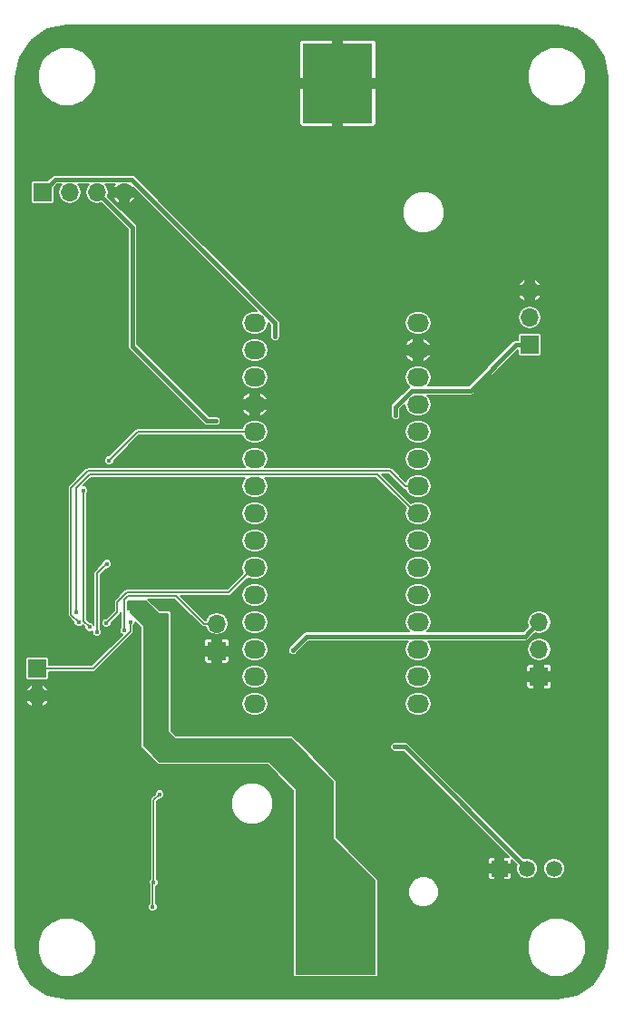
<source format=gbr>
G04 #@! TF.FileFunction,Copper,L2,Bot,Signal*
%FSLAX46Y46*%
G04 Gerber Fmt 4.6, Leading zero omitted, Abs format (unit mm)*
G04 Created by KiCad (PCBNEW 4.0.6) date 04/05/18 00:59:02*
%MOMM*%
%LPD*%
G01*
G04 APERTURE LIST*
%ADD10C,0.100000*%
%ADD11R,6.470000X7.460000*%
%ADD12O,2.032000X1.727200*%
%ADD13R,1.700000X1.700000*%
%ADD14O,1.700000X1.700000*%
%ADD15C,1.520000*%
%ADD16R,1.520000X1.520000*%
%ADD17C,0.400000*%
%ADD18C,0.160000*%
%ADD19C,0.400000*%
G04 APERTURE END LIST*
D10*
D11*
X147193000Y-48849000D03*
X147193000Y-128189000D03*
D12*
X139446000Y-71247000D03*
X139446000Y-73787000D03*
X139446000Y-76327000D03*
X139446000Y-78867000D03*
X139446000Y-81407000D03*
X139446000Y-83947000D03*
X139446000Y-86487000D03*
X139446000Y-89027000D03*
X139446000Y-91567000D03*
X139446000Y-94107000D03*
X139446000Y-96647000D03*
X139446000Y-99187000D03*
X139446000Y-101727000D03*
X139446000Y-104267000D03*
X139446000Y-106807000D03*
X154686000Y-71247000D03*
X154686000Y-73787000D03*
X154686000Y-76327000D03*
X154686000Y-78867000D03*
X154686000Y-81407000D03*
X154686000Y-83947000D03*
X154686000Y-86487000D03*
X154686000Y-89027000D03*
X154686000Y-91567000D03*
X154686000Y-94107000D03*
X154686000Y-96647000D03*
X154686000Y-99187000D03*
X154686000Y-101727000D03*
X154686000Y-104267000D03*
X154686000Y-106807000D03*
D13*
X119126000Y-103505000D03*
D14*
X119126000Y-106045000D03*
D13*
X119634000Y-59055000D03*
D14*
X122174000Y-59055000D03*
X124714000Y-59055000D03*
X127254000Y-59055000D03*
D13*
X165100000Y-73279000D03*
D14*
X165100000Y-70739000D03*
X165100000Y-68199000D03*
D13*
X135890000Y-101854000D03*
D14*
X135890000Y-99314000D03*
D15*
X164846000Y-122174000D03*
X167386000Y-122174000D03*
D16*
X162306000Y-122174000D03*
D13*
X165989000Y-104267000D03*
D14*
X165989000Y-101727000D03*
X165989000Y-99187000D03*
D17*
X144018000Y-79248000D03*
X143510000Y-79248000D03*
X143002000Y-79248000D03*
X142494000Y-79248000D03*
X142494000Y-78740000D03*
X143002000Y-78740000D03*
X143510000Y-78740000D03*
X144018000Y-78740000D03*
X144018000Y-78232000D03*
X143510000Y-78232000D03*
X143002000Y-78232000D03*
X142494000Y-78232000D03*
X141732000Y-128778000D03*
X141224000Y-128778000D03*
X140716000Y-128778000D03*
X140208000Y-128778000D03*
X140208000Y-128270000D03*
X140716000Y-128270000D03*
X141224000Y-128270000D03*
X141732000Y-128270000D03*
X141732000Y-127762000D03*
X141224000Y-127762000D03*
X140716000Y-127762000D03*
X140208000Y-127762000D03*
X152146000Y-45847000D03*
X152654000Y-45847000D03*
X153162000Y-45847000D03*
X153670000Y-45847000D03*
X154178000Y-45847000D03*
X154178000Y-45339000D03*
X153670000Y-45339000D03*
X153162000Y-45339000D03*
X152654000Y-45339000D03*
X152146000Y-45339000D03*
X134493000Y-121666000D03*
X134493000Y-122174000D03*
X122428000Y-116840000D03*
X122428000Y-116332000D03*
X122936000Y-116332000D03*
X122936000Y-116840000D03*
X123444000Y-116840000D03*
X123444000Y-116332000D03*
X123952000Y-116332000D03*
X123952000Y-116840000D03*
X126180361Y-97218138D03*
X124142500Y-87947500D03*
X124142500Y-88519000D03*
X124650500Y-88519000D03*
X124650500Y-87947500D03*
X125158500Y-87947500D03*
X125666500Y-87947500D03*
X126174500Y-87947500D03*
X126682500Y-87947500D03*
X126682500Y-88519000D03*
X126174500Y-88519000D03*
X125666500Y-88519000D03*
X125158500Y-88519000D03*
X131762500Y-93281500D03*
X131762500Y-93789500D03*
X131254500Y-94297500D03*
X131254500Y-93789500D03*
X131254500Y-93281500D03*
X130746500Y-93281500D03*
X130746500Y-93789500D03*
X130746500Y-94297500D03*
X128714500Y-94297500D03*
X128714500Y-94805500D03*
X128714500Y-95313500D03*
X129222500Y-95313500D03*
X129730500Y-95313500D03*
X129730500Y-94805500D03*
X129222500Y-94805500D03*
X129730500Y-94297500D03*
X130238500Y-94297500D03*
X130238500Y-93789500D03*
X130238500Y-93281500D03*
X129730500Y-93281500D03*
X129730500Y-93789500D03*
X129222500Y-93789500D03*
X129222500Y-94297500D03*
X134493000Y-122618500D03*
X134048500Y-122618500D03*
X133604000Y-122618500D03*
X133159500Y-122618500D03*
X132715000Y-123063000D03*
X133159500Y-123063000D03*
X133159500Y-123507500D03*
X133159500Y-123952000D03*
X132715000Y-123952000D03*
X125234714Y-95943000D03*
X126534714Y-95943000D03*
X125234714Y-97243000D03*
X125857000Y-84074000D03*
X123444000Y-86868000D03*
X124015500Y-99631500D03*
X139446000Y-83947000D03*
X135826500Y-80391000D03*
X152590500Y-79883000D03*
X125603000Y-99250500D03*
X152527000Y-110807500D03*
X143002000Y-101790500D03*
X141351000Y-72517000D03*
X122999500Y-99187000D03*
X122759489Y-98285165D03*
X127882247Y-97403022D03*
X129921000Y-98298000D03*
X129921000Y-98806000D03*
X129413000Y-98806000D03*
X128905000Y-98806000D03*
X127834714Y-97843000D03*
X128397000Y-98298000D03*
X128905000Y-98298000D03*
X129413000Y-98298000D03*
X129413000Y-97790000D03*
X129032000Y-97409000D03*
X128524000Y-97409000D03*
X125619724Y-93727309D03*
X124714000Y-100076000D03*
X130556000Y-115237000D03*
X130004938Y-123461997D03*
X129921000Y-125730000D03*
X127825500Y-99187000D03*
X127254000Y-99949000D03*
D18*
X143510000Y-79248000D02*
X144018000Y-79248000D01*
X142494000Y-79248000D02*
X143002000Y-79248000D01*
X143002000Y-78740000D02*
X142494000Y-78740000D01*
X144018000Y-78740000D02*
X143510000Y-78740000D01*
X143510000Y-78232000D02*
X144018000Y-78232000D01*
X142494000Y-78232000D02*
X143002000Y-78232000D01*
X141224000Y-128778000D02*
X141732000Y-128778000D01*
X140208000Y-128778000D02*
X140716000Y-128778000D01*
X140716000Y-128270000D02*
X140208000Y-128270000D01*
X141732000Y-127762000D02*
X141732000Y-128270000D01*
X140716000Y-127762000D02*
X141224000Y-127762000D01*
X134493000Y-122618500D02*
X135064500Y-122618500D01*
X135064500Y-122618500D02*
X140208000Y-127762000D01*
X152146000Y-47291000D02*
X152146000Y-45847000D01*
X152146000Y-45847000D02*
X152146000Y-45339000D01*
X153162000Y-45847000D02*
X152654000Y-45847000D01*
X154178000Y-45847000D02*
X153670000Y-45847000D01*
X153670000Y-45339000D02*
X154178000Y-45339000D01*
X152654000Y-45339000D02*
X153162000Y-45339000D01*
X147193000Y-48849000D02*
X150588000Y-48849000D01*
X150588000Y-48849000D02*
X152146000Y-47291000D01*
X134493000Y-122174000D02*
X134493000Y-121666000D01*
X122428000Y-116332000D02*
X122428000Y-116840000D01*
X122936000Y-116840000D02*
X122936000Y-116332000D01*
X123444000Y-116332000D02*
X123444000Y-116840000D01*
X123952000Y-116840000D02*
X123952000Y-116332000D01*
X124142500Y-88519000D02*
X124142500Y-87947500D01*
X124650500Y-87947500D02*
X124650500Y-88519000D01*
X125666500Y-87947500D02*
X125158500Y-87947500D01*
X126682500Y-87947500D02*
X126174500Y-87947500D01*
X126174500Y-88519000D02*
X126682500Y-88519000D01*
X125158500Y-88519000D02*
X125666500Y-88519000D01*
X131254500Y-94297500D02*
X131762500Y-93789500D01*
X131254500Y-93281500D02*
X131254500Y-93789500D01*
X130746500Y-93789500D02*
X130746500Y-93281500D01*
X130238500Y-94297500D02*
X130746500Y-94297500D01*
X128714500Y-95313500D02*
X128714500Y-94805500D01*
X129730500Y-95313500D02*
X129222500Y-95313500D01*
X129222500Y-94805500D02*
X129730500Y-94805500D01*
X130238500Y-94297500D02*
X129730500Y-94297500D01*
X130238500Y-93281500D02*
X130238500Y-93789500D01*
X129730500Y-93789500D02*
X129730500Y-93281500D01*
X129222500Y-94297500D02*
X129222500Y-93789500D01*
X133604000Y-122618500D02*
X134048500Y-122618500D01*
X132715000Y-123063000D02*
X133159500Y-122618500D01*
X133159500Y-123507500D02*
X133159500Y-123063000D01*
X132715000Y-123952000D02*
X133159500Y-123952000D01*
X125857000Y-84074000D02*
X128524000Y-81407000D01*
X128524000Y-81407000D02*
X139446000Y-81407000D01*
X124015500Y-99631500D02*
X123444000Y-99060000D01*
X123444000Y-99060000D02*
X123444000Y-86868000D01*
D19*
X128016000Y-73406000D02*
X128016000Y-62357000D01*
X128016000Y-62357000D02*
X124714000Y-59055000D01*
X128016000Y-73406000D02*
X135001000Y-80391000D01*
X135001000Y-80391000D02*
X135826500Y-80391000D01*
X152590500Y-79883000D02*
X152590500Y-79079655D01*
X152590500Y-79079655D02*
X154119545Y-77550610D01*
X154119545Y-77550610D02*
X159578390Y-77550610D01*
X159578390Y-77550610D02*
X163850000Y-73279000D01*
X163850000Y-73279000D02*
X165100000Y-73279000D01*
D18*
X139293600Y-94107000D02*
X139446000Y-94107000D01*
X137010111Y-96390489D02*
X139293600Y-94107000D01*
X127502448Y-96390489D02*
X137010111Y-96390489D01*
X126616491Y-97276447D02*
X127502448Y-96390489D01*
X126616491Y-98237009D02*
X126616491Y-97276447D01*
X125603000Y-99250500D02*
X126616491Y-98237009D01*
D19*
X152527000Y-110807500D02*
X153479500Y-110807500D01*
X153479500Y-110807500D02*
X164846000Y-122174000D01*
X143002000Y-101790500D02*
X144289110Y-100503390D01*
X144289110Y-100503390D02*
X164672610Y-100503390D01*
X164672610Y-100503390D02*
X165139001Y-100036999D01*
X165139001Y-100036999D02*
X165989000Y-99187000D01*
X141351000Y-72517000D02*
X141351000Y-71269155D01*
X141351000Y-71269155D02*
X127926844Y-57844999D01*
X127926844Y-57844999D02*
X120844001Y-57844999D01*
X120844001Y-57844999D02*
X119634000Y-59055000D01*
D18*
X153510000Y-86487000D02*
X154686000Y-86487000D01*
X152073610Y-85050610D02*
X153510000Y-86487000D01*
X123885621Y-85050610D02*
X152073610Y-85050610D01*
X122999500Y-99187000D02*
X122292097Y-98479597D01*
X122292097Y-98479597D02*
X122292097Y-86644134D01*
X122292097Y-86644134D02*
X123885621Y-85050610D01*
X150877221Y-85370621D02*
X124018173Y-85370621D01*
X124018173Y-85370621D02*
X122759489Y-86629305D01*
X154686000Y-89027000D02*
X154533600Y-89027000D01*
X154533600Y-89027000D02*
X150877221Y-85370621D01*
X122759489Y-86629305D02*
X122759489Y-98002323D01*
X122759489Y-98002323D02*
X122759489Y-98285165D01*
X129921000Y-98806000D02*
X129921000Y-98298000D01*
X128905000Y-98806000D02*
X129413000Y-98806000D01*
X128905000Y-98298000D02*
X128397000Y-98298000D01*
X129413000Y-97790000D02*
X129413000Y-98298000D01*
X125419725Y-93927308D02*
X125619724Y-93727309D01*
X124714000Y-94633033D02*
X125419725Y-93927308D01*
X124714000Y-100076000D02*
X124714000Y-94633033D01*
X130004938Y-123461997D02*
X130004938Y-115788062D01*
X130004938Y-115788062D02*
X130556000Y-115237000D01*
X129921000Y-123545935D02*
X130004938Y-123461997D01*
X129921000Y-125730000D02*
X129921000Y-123545935D01*
X124349204Y-103505000D02*
X120136000Y-103505000D01*
X127825500Y-100028704D02*
X124349204Y-103505000D01*
X127825500Y-99187000D02*
X127825500Y-100028704D01*
X120136000Y-103505000D02*
X119126000Y-103505000D01*
X127635000Y-96710500D02*
X127254000Y-97091500D01*
X127254000Y-97091500D02*
X127254000Y-99949000D01*
X132084419Y-96710500D02*
X127635000Y-96710500D01*
X134687919Y-99314000D02*
X132084419Y-96710500D01*
X135890000Y-99314000D02*
X134687919Y-99314000D01*
G36*
X130372431Y-98354569D02*
X130398897Y-98372120D01*
X130429000Y-98378000D01*
X131365000Y-98378000D01*
X131365000Y-109474000D01*
X131371303Y-109505124D01*
X131388431Y-109530569D01*
X131896431Y-110038569D01*
X131922897Y-110056120D01*
X131953000Y-110062000D01*
X142841116Y-110062000D01*
X146732000Y-114078396D01*
X146732000Y-119380000D01*
X146738303Y-119411124D01*
X146755431Y-119436569D01*
X150669000Y-123350138D01*
X150669000Y-132000000D01*
X143336000Y-132000000D01*
X143336000Y-114808000D01*
X143329697Y-114776876D01*
X143312569Y-114751431D01*
X140772569Y-112211431D01*
X140746103Y-112193880D01*
X140716000Y-112188000D01*
X130589138Y-112188000D01*
X129112000Y-110710862D01*
X129112000Y-99568000D01*
X129105697Y-99536876D01*
X129088569Y-99511431D01*
X127842000Y-98264862D01*
X127842000Y-98044000D01*
X127835697Y-98012876D01*
X127817782Y-97986655D01*
X127791077Y-97969471D01*
X127762000Y-97964000D01*
X127574000Y-97964000D01*
X127574000Y-97235000D01*
X129252862Y-97235000D01*
X130372431Y-98354569D01*
X130372431Y-98354569D01*
G37*
X130372431Y-98354569D02*
X130398897Y-98372120D01*
X130429000Y-98378000D01*
X131365000Y-98378000D01*
X131365000Y-109474000D01*
X131371303Y-109505124D01*
X131388431Y-109530569D01*
X131896431Y-110038569D01*
X131922897Y-110056120D01*
X131953000Y-110062000D01*
X142841116Y-110062000D01*
X146732000Y-114078396D01*
X146732000Y-119380000D01*
X146738303Y-119411124D01*
X146755431Y-119436569D01*
X150669000Y-123350138D01*
X150669000Y-132000000D01*
X143336000Y-132000000D01*
X143336000Y-114808000D01*
X143329697Y-114776876D01*
X143312569Y-114751431D01*
X140772569Y-112211431D01*
X140746103Y-112193880D01*
X140716000Y-112188000D01*
X130589138Y-112188000D01*
X129112000Y-110710862D01*
X129112000Y-99568000D01*
X129105697Y-99536876D01*
X129088569Y-99511431D01*
X127842000Y-98264862D01*
X127842000Y-98044000D01*
X127835697Y-98012876D01*
X127817782Y-97986655D01*
X127791077Y-97969471D01*
X127762000Y-97964000D01*
X127574000Y-97964000D01*
X127574000Y-97235000D01*
X129252862Y-97235000D01*
X130372431Y-98354569D01*
G36*
X169470881Y-43839867D02*
X171023025Y-44876977D01*
X172060133Y-46429119D01*
X172430000Y-48288564D01*
X172430000Y-129511436D01*
X172060133Y-131370881D01*
X171023025Y-132923023D01*
X169470881Y-133960133D01*
X167611436Y-134330000D01*
X121948564Y-134330000D01*
X120089119Y-133960133D01*
X118536977Y-132923025D01*
X117499867Y-131370881D01*
X117243618Y-130082629D01*
X119179525Y-130082629D01*
X119595786Y-131090058D01*
X120365888Y-131861505D01*
X121372589Y-132279524D01*
X122462629Y-132280475D01*
X123470058Y-131864214D01*
X124241505Y-131094112D01*
X124659524Y-130087411D01*
X124660475Y-128997371D01*
X124244214Y-127989942D01*
X123474112Y-127218495D01*
X122467411Y-126800476D01*
X121377371Y-126799525D01*
X120369942Y-127215786D01*
X119598495Y-127985888D01*
X119180476Y-128992589D01*
X119179525Y-130082629D01*
X117243618Y-130082629D01*
X117130000Y-129511436D01*
X117130000Y-125817137D01*
X129480924Y-125817137D01*
X129547769Y-125978914D01*
X129671435Y-126102796D01*
X129833095Y-126169923D01*
X130008137Y-126170076D01*
X130169914Y-126103231D01*
X130293796Y-125979565D01*
X130360923Y-125817905D01*
X130361076Y-125642863D01*
X130294231Y-125481086D01*
X130241000Y-125427762D01*
X130241000Y-123840538D01*
X130253852Y-123835228D01*
X130377734Y-123711562D01*
X130444861Y-123549902D01*
X130445014Y-123374860D01*
X130378169Y-123213083D01*
X130324938Y-123159759D01*
X130324938Y-116508148D01*
X137227659Y-116508148D01*
X137526182Y-117230629D01*
X138078463Y-117783875D01*
X138800422Y-118083659D01*
X139582148Y-118084341D01*
X140304629Y-117785818D01*
X140857875Y-117233537D01*
X141157659Y-116511578D01*
X141158341Y-115729852D01*
X140859818Y-115007371D01*
X140307537Y-114454125D01*
X139585578Y-114154341D01*
X138803852Y-114153659D01*
X138081371Y-114452182D01*
X137528125Y-115004463D01*
X137228341Y-115726422D01*
X137227659Y-116508148D01*
X130324938Y-116508148D01*
X130324938Y-115920610D01*
X130568537Y-115677011D01*
X130643137Y-115677076D01*
X130804914Y-115610231D01*
X130928796Y-115486565D01*
X130995923Y-115324905D01*
X130996076Y-115149863D01*
X130929231Y-114988086D01*
X130805565Y-114864204D01*
X130643905Y-114797077D01*
X130468863Y-114796924D01*
X130307086Y-114863769D01*
X130183204Y-114987435D01*
X130116077Y-115149095D01*
X130116011Y-115224441D01*
X129778664Y-115561788D01*
X129709297Y-115665603D01*
X129684938Y-115788062D01*
X129684938Y-123159728D01*
X129632142Y-123212432D01*
X129565015Y-123374092D01*
X129564862Y-123549134D01*
X129601000Y-123636595D01*
X129601000Y-125427731D01*
X129548204Y-125480435D01*
X129481077Y-125642095D01*
X129480924Y-125817137D01*
X117130000Y-125817137D01*
X117130000Y-106632333D01*
X118102555Y-106632333D01*
X118191697Y-106765814D01*
X118538660Y-107068488D01*
X118706000Y-107065267D01*
X118706000Y-106465000D01*
X119546000Y-106465000D01*
X119546000Y-107065267D01*
X119713340Y-107068488D01*
X120060303Y-106765814D01*
X120149445Y-106632333D01*
X120139956Y-106465000D01*
X119546000Y-106465000D01*
X118706000Y-106465000D01*
X118112044Y-106465000D01*
X118102555Y-106632333D01*
X117130000Y-106632333D01*
X117130000Y-105457667D01*
X118102555Y-105457667D01*
X118112044Y-105625000D01*
X118706000Y-105625000D01*
X118706000Y-105024733D01*
X119546000Y-105024733D01*
X119546000Y-105625000D01*
X120139956Y-105625000D01*
X120149445Y-105457667D01*
X120060303Y-105324186D01*
X119713340Y-105021512D01*
X119546000Y-105024733D01*
X118706000Y-105024733D01*
X118538660Y-105021512D01*
X118191697Y-105324186D01*
X118102555Y-105457667D01*
X117130000Y-105457667D01*
X117130000Y-102655000D01*
X118031299Y-102655000D01*
X118031299Y-104355000D01*
X118048034Y-104443938D01*
X118100596Y-104525623D01*
X118180798Y-104580422D01*
X118276000Y-104599701D01*
X119976000Y-104599701D01*
X120064938Y-104582966D01*
X120146623Y-104530404D01*
X120201422Y-104450202D01*
X120220701Y-104355000D01*
X120220701Y-103825000D01*
X124349204Y-103825000D01*
X124471663Y-103800641D01*
X124575478Y-103731274D01*
X128051774Y-100254978D01*
X128089468Y-100198565D01*
X128121141Y-100151163D01*
X128145500Y-100028704D01*
X128145500Y-99489269D01*
X128198296Y-99436565D01*
X128265423Y-99274905D01*
X128265540Y-99140952D01*
X128792000Y-99667412D01*
X128792000Y-110744000D01*
X128809640Y-110834310D01*
X128862294Y-110913706D01*
X130386294Y-112437706D01*
X130462627Y-112489091D01*
X130556000Y-112508000D01*
X140616588Y-112508000D01*
X143016000Y-114907412D01*
X143016000Y-132080000D01*
X143032413Y-132167230D01*
X143083966Y-132247345D01*
X143162627Y-132301091D01*
X143256000Y-132320000D01*
X150749000Y-132320000D01*
X150836230Y-132303587D01*
X150916345Y-132252034D01*
X150970091Y-132173373D01*
X150989000Y-132080000D01*
X150989000Y-130082629D01*
X164899525Y-130082629D01*
X165315786Y-131090058D01*
X166085888Y-131861505D01*
X167092589Y-132279524D01*
X168182629Y-132280475D01*
X169190058Y-131864214D01*
X169961505Y-131094112D01*
X170379524Y-130087411D01*
X170380475Y-128997371D01*
X169964214Y-127989942D01*
X169194112Y-127218495D01*
X168187411Y-126800476D01*
X167097371Y-126799525D01*
X166089942Y-127215786D01*
X165318495Y-127985888D01*
X164900476Y-128992589D01*
X164899525Y-130082629D01*
X150989000Y-130082629D01*
X150989000Y-124623187D01*
X153757752Y-124623187D01*
X153975757Y-125150800D01*
X154379077Y-125554824D01*
X154906309Y-125773750D01*
X155477187Y-125774248D01*
X156004800Y-125556243D01*
X156408824Y-125152923D01*
X156627750Y-124625691D01*
X156628248Y-124054813D01*
X156410243Y-123527200D01*
X156006923Y-123123176D01*
X155479691Y-122904250D01*
X154908813Y-122903752D01*
X154381200Y-123121757D01*
X153977176Y-123525077D01*
X153758250Y-124052309D01*
X153757752Y-124623187D01*
X150989000Y-124623187D01*
X150989000Y-123317000D01*
X150971360Y-123226690D01*
X150918706Y-123147294D01*
X150407912Y-122636500D01*
X161216000Y-122636500D01*
X161216000Y-122999641D01*
X161266239Y-123120930D01*
X161359070Y-123213760D01*
X161480359Y-123264000D01*
X161843500Y-123264000D01*
X161926000Y-123181500D01*
X161926000Y-122554000D01*
X162686000Y-122554000D01*
X162686000Y-123181500D01*
X162768500Y-123264000D01*
X163131641Y-123264000D01*
X163252930Y-123213760D01*
X163345761Y-123120930D01*
X163396000Y-122999641D01*
X163396000Y-122636500D01*
X163313500Y-122554000D01*
X162686000Y-122554000D01*
X161926000Y-122554000D01*
X161298500Y-122554000D01*
X161216000Y-122636500D01*
X150407912Y-122636500D01*
X149119771Y-121348359D01*
X161216000Y-121348359D01*
X161216000Y-121711500D01*
X161298500Y-121794000D01*
X161926000Y-121794000D01*
X161926000Y-121166500D01*
X161843500Y-121084000D01*
X161480359Y-121084000D01*
X161359070Y-121134240D01*
X161266239Y-121227070D01*
X161216000Y-121348359D01*
X149119771Y-121348359D01*
X147052000Y-119280588D01*
X147052000Y-114046000D01*
X147035766Y-113959230D01*
X146984378Y-113879009D01*
X144093268Y-110894637D01*
X152086924Y-110894637D01*
X152153769Y-111056414D01*
X152215872Y-111118625D01*
X152215873Y-111118627D01*
X152215875Y-111118628D01*
X152277435Y-111180296D01*
X152358617Y-111214006D01*
X152358619Y-111214007D01*
X152358621Y-111214007D01*
X152439095Y-111247423D01*
X152526999Y-111247500D01*
X152527188Y-111247500D01*
X152614137Y-111247576D01*
X152614321Y-111247500D01*
X153297246Y-111247500D01*
X163135234Y-121085488D01*
X163131641Y-121084000D01*
X162768500Y-121084000D01*
X162686000Y-121166500D01*
X162686000Y-121794000D01*
X163313500Y-121794000D01*
X163396000Y-121711500D01*
X163396000Y-121348359D01*
X163394512Y-121344766D01*
X163898338Y-121848592D01*
X163846174Y-121974215D01*
X163845827Y-122372040D01*
X163997747Y-122739714D01*
X164278806Y-123021264D01*
X164646215Y-123173826D01*
X165044040Y-123174173D01*
X165411714Y-123022253D01*
X165693264Y-122741194D01*
X165845826Y-122373785D01*
X165845827Y-122372040D01*
X166385827Y-122372040D01*
X166537747Y-122739714D01*
X166818806Y-123021264D01*
X167186215Y-123173826D01*
X167584040Y-123174173D01*
X167951714Y-123022253D01*
X168233264Y-122741194D01*
X168385826Y-122373785D01*
X168386173Y-121975960D01*
X168234253Y-121608286D01*
X167953194Y-121326736D01*
X167585785Y-121174174D01*
X167187960Y-121173827D01*
X166820286Y-121325747D01*
X166538736Y-121606806D01*
X166386174Y-121974215D01*
X166385827Y-122372040D01*
X165845827Y-122372040D01*
X165846173Y-121975960D01*
X165694253Y-121608286D01*
X165413194Y-121326736D01*
X165045785Y-121174174D01*
X164647960Y-121173827D01*
X164520674Y-121226420D01*
X153790627Y-110496373D01*
X153647881Y-110400993D01*
X153479500Y-110367500D01*
X152526999Y-110367500D01*
X152439863Y-110367424D01*
X152358621Y-110400993D01*
X152358619Y-110400993D01*
X152358617Y-110400994D01*
X152278086Y-110434269D01*
X152215875Y-110496372D01*
X152215873Y-110496373D01*
X152215872Y-110496375D01*
X152154204Y-110557935D01*
X152120494Y-110639117D01*
X152120493Y-110639119D01*
X152120493Y-110639121D01*
X152087077Y-110719595D01*
X152086924Y-110894637D01*
X144093268Y-110894637D01*
X143047378Y-109815009D01*
X142968373Y-109760909D01*
X142875000Y-109742000D01*
X132052412Y-109742000D01*
X131685000Y-109374588D01*
X131685000Y-106807000D01*
X138165394Y-106807000D01*
X138249401Y-107229329D01*
X138488631Y-107587363D01*
X138846665Y-107826593D01*
X139268994Y-107910600D01*
X139623006Y-107910600D01*
X140045335Y-107826593D01*
X140403369Y-107587363D01*
X140642599Y-107229329D01*
X140726606Y-106807000D01*
X153405394Y-106807000D01*
X153489401Y-107229329D01*
X153728631Y-107587363D01*
X154086665Y-107826593D01*
X154508994Y-107910600D01*
X154863006Y-107910600D01*
X155285335Y-107826593D01*
X155643369Y-107587363D01*
X155882599Y-107229329D01*
X155966606Y-106807000D01*
X155882599Y-106384671D01*
X155643369Y-106026637D01*
X155285335Y-105787407D01*
X154863006Y-105703400D01*
X154508994Y-105703400D01*
X154086665Y-105787407D01*
X153728631Y-106026637D01*
X153489401Y-106384671D01*
X153405394Y-106807000D01*
X140726606Y-106807000D01*
X140642599Y-106384671D01*
X140403369Y-106026637D01*
X140045335Y-105787407D01*
X139623006Y-105703400D01*
X139268994Y-105703400D01*
X138846665Y-105787407D01*
X138488631Y-106026637D01*
X138249401Y-106384671D01*
X138165394Y-106807000D01*
X131685000Y-106807000D01*
X131685000Y-104267000D01*
X138165394Y-104267000D01*
X138249401Y-104689329D01*
X138488631Y-105047363D01*
X138846665Y-105286593D01*
X139268994Y-105370600D01*
X139623006Y-105370600D01*
X140045335Y-105286593D01*
X140403369Y-105047363D01*
X140642599Y-104689329D01*
X140726606Y-104267000D01*
X153405394Y-104267000D01*
X153489401Y-104689329D01*
X153728631Y-105047363D01*
X154086665Y-105286593D01*
X154508994Y-105370600D01*
X154863006Y-105370600D01*
X155285335Y-105286593D01*
X155643369Y-105047363D01*
X155829030Y-104769500D01*
X164809000Y-104769500D01*
X164809000Y-105182641D01*
X164859240Y-105303930D01*
X164952070Y-105396761D01*
X165073359Y-105447000D01*
X165486500Y-105447000D01*
X165569000Y-105364500D01*
X165569000Y-104687000D01*
X166409000Y-104687000D01*
X166409000Y-105364500D01*
X166491500Y-105447000D01*
X166904641Y-105447000D01*
X167025930Y-105396761D01*
X167118760Y-105303930D01*
X167169000Y-105182641D01*
X167169000Y-104769500D01*
X167086500Y-104687000D01*
X166409000Y-104687000D01*
X165569000Y-104687000D01*
X164891500Y-104687000D01*
X164809000Y-104769500D01*
X155829030Y-104769500D01*
X155882599Y-104689329D01*
X155966606Y-104267000D01*
X155882599Y-103844671D01*
X155643369Y-103486637D01*
X155440911Y-103351359D01*
X164809000Y-103351359D01*
X164809000Y-103764500D01*
X164891500Y-103847000D01*
X165569000Y-103847000D01*
X165569000Y-103169500D01*
X166409000Y-103169500D01*
X166409000Y-103847000D01*
X167086500Y-103847000D01*
X167169000Y-103764500D01*
X167169000Y-103351359D01*
X167118760Y-103230070D01*
X167025930Y-103137239D01*
X166904641Y-103087000D01*
X166491500Y-103087000D01*
X166409000Y-103169500D01*
X165569000Y-103169500D01*
X165486500Y-103087000D01*
X165073359Y-103087000D01*
X164952070Y-103137239D01*
X164859240Y-103230070D01*
X164809000Y-103351359D01*
X155440911Y-103351359D01*
X155285335Y-103247407D01*
X154863006Y-103163400D01*
X154508994Y-103163400D01*
X154086665Y-103247407D01*
X153728631Y-103486637D01*
X153489401Y-103844671D01*
X153405394Y-104267000D01*
X140726606Y-104267000D01*
X140642599Y-103844671D01*
X140403369Y-103486637D01*
X140045335Y-103247407D01*
X139623006Y-103163400D01*
X139268994Y-103163400D01*
X138846665Y-103247407D01*
X138488631Y-103486637D01*
X138249401Y-103844671D01*
X138165394Y-104267000D01*
X131685000Y-104267000D01*
X131685000Y-102356500D01*
X134710000Y-102356500D01*
X134710000Y-102769641D01*
X134760240Y-102890930D01*
X134853070Y-102983761D01*
X134974359Y-103034000D01*
X135387500Y-103034000D01*
X135470000Y-102951500D01*
X135470000Y-102274000D01*
X136310000Y-102274000D01*
X136310000Y-102951500D01*
X136392500Y-103034000D01*
X136805641Y-103034000D01*
X136926930Y-102983761D01*
X137019760Y-102890930D01*
X137070000Y-102769641D01*
X137070000Y-102356500D01*
X136987500Y-102274000D01*
X136310000Y-102274000D01*
X135470000Y-102274000D01*
X134792500Y-102274000D01*
X134710000Y-102356500D01*
X131685000Y-102356500D01*
X131685000Y-101727000D01*
X138165394Y-101727000D01*
X138249401Y-102149329D01*
X138488631Y-102507363D01*
X138846665Y-102746593D01*
X139268994Y-102830600D01*
X139623006Y-102830600D01*
X140045335Y-102746593D01*
X140403369Y-102507363D01*
X140642599Y-102149329D01*
X140696642Y-101877637D01*
X142561924Y-101877637D01*
X142628769Y-102039414D01*
X142690872Y-102101625D01*
X142690873Y-102101627D01*
X142690875Y-102101628D01*
X142752435Y-102163296D01*
X142833617Y-102197006D01*
X142833619Y-102197007D01*
X142833621Y-102197007D01*
X142914095Y-102230423D01*
X143001999Y-102230500D01*
X143002001Y-102230500D01*
X143089137Y-102230576D01*
X143170379Y-102197007D01*
X143170381Y-102197007D01*
X143170383Y-102197006D01*
X143250914Y-102163731D01*
X143313125Y-102101628D01*
X143313127Y-102101627D01*
X143313429Y-102101325D01*
X143374796Y-102040065D01*
X143374872Y-102039882D01*
X144471364Y-100943390D01*
X153733490Y-100943390D01*
X153728631Y-100946637D01*
X153489401Y-101304671D01*
X153405394Y-101727000D01*
X153489401Y-102149329D01*
X153728631Y-102507363D01*
X154086665Y-102746593D01*
X154508994Y-102830600D01*
X154863006Y-102830600D01*
X155285335Y-102746593D01*
X155643369Y-102507363D01*
X155882599Y-102149329D01*
X155966606Y-101727000D01*
X164877646Y-101727000D01*
X164960617Y-102144125D01*
X165196900Y-102497746D01*
X165550521Y-102734029D01*
X165967646Y-102817000D01*
X166010354Y-102817000D01*
X166427479Y-102734029D01*
X166781100Y-102497746D01*
X167017383Y-102144125D01*
X167100354Y-101727000D01*
X167017383Y-101309875D01*
X166781100Y-100956254D01*
X166427479Y-100719971D01*
X166010354Y-100637000D01*
X165967646Y-100637000D01*
X165550521Y-100719971D01*
X165196900Y-100956254D01*
X164960617Y-101309875D01*
X164877646Y-101727000D01*
X155966606Y-101727000D01*
X155882599Y-101304671D01*
X155643369Y-100946637D01*
X155638510Y-100943390D01*
X164672610Y-100943390D01*
X164840991Y-100909897D01*
X164983737Y-100814517D01*
X165595315Y-100202939D01*
X165967646Y-100277000D01*
X166010354Y-100277000D01*
X166427479Y-100194029D01*
X166781100Y-99957746D01*
X167017383Y-99604125D01*
X167100354Y-99187000D01*
X167017383Y-98769875D01*
X166781100Y-98416254D01*
X166427479Y-98179971D01*
X166010354Y-98097000D01*
X165967646Y-98097000D01*
X165550521Y-98179971D01*
X165196900Y-98416254D01*
X164960617Y-98769875D01*
X164877646Y-99187000D01*
X164958793Y-99594953D01*
X164490356Y-100063390D01*
X155499654Y-100063390D01*
X155643369Y-99967363D01*
X155882599Y-99609329D01*
X155966606Y-99187000D01*
X155882599Y-98764671D01*
X155643369Y-98406637D01*
X155285335Y-98167407D01*
X154863006Y-98083400D01*
X154508994Y-98083400D01*
X154086665Y-98167407D01*
X153728631Y-98406637D01*
X153489401Y-98764671D01*
X153405394Y-99187000D01*
X153489401Y-99609329D01*
X153728631Y-99967363D01*
X153872346Y-100063390D01*
X144289110Y-100063390D01*
X144120729Y-100096883D01*
X143977983Y-100192263D01*
X142690873Y-101479373D01*
X142690872Y-101479375D01*
X142629204Y-101540935D01*
X142595494Y-101622117D01*
X142595493Y-101622119D01*
X142595493Y-101622121D01*
X142562077Y-101702595D01*
X142561924Y-101877637D01*
X140696642Y-101877637D01*
X140726606Y-101727000D01*
X140642599Y-101304671D01*
X140403369Y-100946637D01*
X140045335Y-100707407D01*
X139623006Y-100623400D01*
X139268994Y-100623400D01*
X138846665Y-100707407D01*
X138488631Y-100946637D01*
X138249401Y-101304671D01*
X138165394Y-101727000D01*
X131685000Y-101727000D01*
X131685000Y-100938359D01*
X134710000Y-100938359D01*
X134710000Y-101351500D01*
X134792500Y-101434000D01*
X135470000Y-101434000D01*
X135470000Y-100756500D01*
X136310000Y-100756500D01*
X136310000Y-101434000D01*
X136987500Y-101434000D01*
X137070000Y-101351500D01*
X137070000Y-100938359D01*
X137019760Y-100817070D01*
X136926930Y-100724239D01*
X136805641Y-100674000D01*
X136392500Y-100674000D01*
X136310000Y-100756500D01*
X135470000Y-100756500D01*
X135387500Y-100674000D01*
X134974359Y-100674000D01*
X134853070Y-100724239D01*
X134760240Y-100817070D01*
X134710000Y-100938359D01*
X131685000Y-100938359D01*
X131685000Y-98298000D01*
X131668587Y-98210770D01*
X131617034Y-98130655D01*
X131538373Y-98076909D01*
X131445000Y-98058000D01*
X130528412Y-98058000D01*
X129500912Y-97030500D01*
X131951871Y-97030500D01*
X134461645Y-99540274D01*
X134565460Y-99609641D01*
X134687919Y-99634000D01*
X134842298Y-99634000D01*
X134861617Y-99731125D01*
X135097900Y-100084746D01*
X135451521Y-100321029D01*
X135868646Y-100404000D01*
X135911354Y-100404000D01*
X136328479Y-100321029D01*
X136682100Y-100084746D01*
X136918383Y-99731125D01*
X137001354Y-99314000D01*
X136976093Y-99187000D01*
X138165394Y-99187000D01*
X138249401Y-99609329D01*
X138488631Y-99967363D01*
X138846665Y-100206593D01*
X139268994Y-100290600D01*
X139623006Y-100290600D01*
X140045335Y-100206593D01*
X140403369Y-99967363D01*
X140642599Y-99609329D01*
X140726606Y-99187000D01*
X140642599Y-98764671D01*
X140403369Y-98406637D01*
X140045335Y-98167407D01*
X139623006Y-98083400D01*
X139268994Y-98083400D01*
X138846665Y-98167407D01*
X138488631Y-98406637D01*
X138249401Y-98764671D01*
X138165394Y-99187000D01*
X136976093Y-99187000D01*
X136918383Y-98896875D01*
X136682100Y-98543254D01*
X136328479Y-98306971D01*
X135911354Y-98224000D01*
X135868646Y-98224000D01*
X135451521Y-98306971D01*
X135097900Y-98543254D01*
X134861617Y-98896875D01*
X134842298Y-98994000D01*
X134820467Y-98994000D01*
X132536956Y-96710489D01*
X137010111Y-96710489D01*
X137132570Y-96686130D01*
X137191132Y-96647000D01*
X138165394Y-96647000D01*
X138249401Y-97069329D01*
X138488631Y-97427363D01*
X138846665Y-97666593D01*
X139268994Y-97750600D01*
X139623006Y-97750600D01*
X140045335Y-97666593D01*
X140403369Y-97427363D01*
X140642599Y-97069329D01*
X140726606Y-96647000D01*
X153405394Y-96647000D01*
X153489401Y-97069329D01*
X153728631Y-97427363D01*
X154086665Y-97666593D01*
X154508994Y-97750600D01*
X154863006Y-97750600D01*
X155285335Y-97666593D01*
X155643369Y-97427363D01*
X155882599Y-97069329D01*
X155966606Y-96647000D01*
X155882599Y-96224671D01*
X155643369Y-95866637D01*
X155285335Y-95627407D01*
X154863006Y-95543400D01*
X154508994Y-95543400D01*
X154086665Y-95627407D01*
X153728631Y-95866637D01*
X153489401Y-96224671D01*
X153405394Y-96647000D01*
X140726606Y-96647000D01*
X140642599Y-96224671D01*
X140403369Y-95866637D01*
X140045335Y-95627407D01*
X139623006Y-95543400D01*
X139268994Y-95543400D01*
X138846665Y-95627407D01*
X138488631Y-95866637D01*
X138249401Y-96224671D01*
X138165394Y-96647000D01*
X137191132Y-96647000D01*
X137236385Y-96616763D01*
X138774664Y-95078484D01*
X138846665Y-95126593D01*
X139268994Y-95210600D01*
X139623006Y-95210600D01*
X140045335Y-95126593D01*
X140403369Y-94887363D01*
X140642599Y-94529329D01*
X140726606Y-94107000D01*
X153405394Y-94107000D01*
X153489401Y-94529329D01*
X153728631Y-94887363D01*
X154086665Y-95126593D01*
X154508994Y-95210600D01*
X154863006Y-95210600D01*
X155285335Y-95126593D01*
X155643369Y-94887363D01*
X155882599Y-94529329D01*
X155966606Y-94107000D01*
X155882599Y-93684671D01*
X155643369Y-93326637D01*
X155285335Y-93087407D01*
X154863006Y-93003400D01*
X154508994Y-93003400D01*
X154086665Y-93087407D01*
X153728631Y-93326637D01*
X153489401Y-93684671D01*
X153405394Y-94107000D01*
X140726606Y-94107000D01*
X140642599Y-93684671D01*
X140403369Y-93326637D01*
X140045335Y-93087407D01*
X139623006Y-93003400D01*
X139268994Y-93003400D01*
X138846665Y-93087407D01*
X138488631Y-93326637D01*
X138249401Y-93684671D01*
X138165394Y-94107000D01*
X138249401Y-94529329D01*
X138317222Y-94630830D01*
X136877563Y-96070489D01*
X127502448Y-96070489D01*
X127379989Y-96094848D01*
X127276174Y-96164215D01*
X126390217Y-97050173D01*
X126320850Y-97153988D01*
X126296491Y-97276447D01*
X126296491Y-98104461D01*
X125590463Y-98810489D01*
X125515863Y-98810424D01*
X125354086Y-98877269D01*
X125230204Y-99000935D01*
X125163077Y-99162595D01*
X125162924Y-99337637D01*
X125229769Y-99499414D01*
X125353435Y-99623296D01*
X125515095Y-99690423D01*
X125690137Y-99690576D01*
X125851914Y-99623731D01*
X125975796Y-99500065D01*
X126042923Y-99338405D01*
X126042989Y-99263059D01*
X126842765Y-98463283D01*
X126912133Y-98359467D01*
X126934000Y-98249532D01*
X126934000Y-99646731D01*
X126881204Y-99699435D01*
X126814077Y-99861095D01*
X126813924Y-100036137D01*
X126880769Y-100197914D01*
X127004435Y-100321796D01*
X127057730Y-100343926D01*
X124216656Y-103185000D01*
X120220701Y-103185000D01*
X120220701Y-102655000D01*
X120203966Y-102566062D01*
X120151404Y-102484377D01*
X120071202Y-102429578D01*
X119976000Y-102410299D01*
X118276000Y-102410299D01*
X118187062Y-102427034D01*
X118105377Y-102479596D01*
X118050578Y-102559798D01*
X118031299Y-102655000D01*
X117130000Y-102655000D01*
X117130000Y-86644134D01*
X121972097Y-86644134D01*
X121972097Y-98479597D01*
X121996456Y-98602056D01*
X122050903Y-98683541D01*
X122065823Y-98705871D01*
X122559489Y-99199537D01*
X122559424Y-99274137D01*
X122626269Y-99435914D01*
X122749935Y-99559796D01*
X122911595Y-99626923D01*
X123086637Y-99627076D01*
X123248414Y-99560231D01*
X123370155Y-99438703D01*
X123575489Y-99644037D01*
X123575424Y-99718637D01*
X123642269Y-99880414D01*
X123765935Y-100004296D01*
X123927595Y-100071423D01*
X124102637Y-100071576D01*
X124264414Y-100004731D01*
X124274071Y-99995091D01*
X124273924Y-100163137D01*
X124340769Y-100324914D01*
X124464435Y-100448796D01*
X124626095Y-100515923D01*
X124801137Y-100516076D01*
X124962914Y-100449231D01*
X125086796Y-100325565D01*
X125153923Y-100163905D01*
X125154076Y-99988863D01*
X125087231Y-99827086D01*
X125034000Y-99773762D01*
X125034000Y-94765581D01*
X125632261Y-94167320D01*
X125706861Y-94167385D01*
X125868638Y-94100540D01*
X125992520Y-93976874D01*
X126059647Y-93815214D01*
X126059800Y-93640172D01*
X125992955Y-93478395D01*
X125869289Y-93354513D01*
X125707629Y-93287386D01*
X125532587Y-93287233D01*
X125370810Y-93354078D01*
X125246928Y-93477744D01*
X125179801Y-93639404D01*
X125179735Y-93714750D01*
X124487726Y-94406759D01*
X124418359Y-94510574D01*
X124394000Y-94633033D01*
X124394000Y-99395338D01*
X124388731Y-99382586D01*
X124265065Y-99258704D01*
X124103405Y-99191577D01*
X124028059Y-99191511D01*
X123764000Y-98927452D01*
X123764000Y-91567000D01*
X138165394Y-91567000D01*
X138249401Y-91989329D01*
X138488631Y-92347363D01*
X138846665Y-92586593D01*
X139268994Y-92670600D01*
X139623006Y-92670600D01*
X140045335Y-92586593D01*
X140403369Y-92347363D01*
X140642599Y-91989329D01*
X140726606Y-91567000D01*
X153405394Y-91567000D01*
X153489401Y-91989329D01*
X153728631Y-92347363D01*
X154086665Y-92586593D01*
X154508994Y-92670600D01*
X154863006Y-92670600D01*
X155285335Y-92586593D01*
X155643369Y-92347363D01*
X155882599Y-91989329D01*
X155966606Y-91567000D01*
X155882599Y-91144671D01*
X155643369Y-90786637D01*
X155285335Y-90547407D01*
X154863006Y-90463400D01*
X154508994Y-90463400D01*
X154086665Y-90547407D01*
X153728631Y-90786637D01*
X153489401Y-91144671D01*
X153405394Y-91567000D01*
X140726606Y-91567000D01*
X140642599Y-91144671D01*
X140403369Y-90786637D01*
X140045335Y-90547407D01*
X139623006Y-90463400D01*
X139268994Y-90463400D01*
X138846665Y-90547407D01*
X138488631Y-90786637D01*
X138249401Y-91144671D01*
X138165394Y-91567000D01*
X123764000Y-91567000D01*
X123764000Y-89027000D01*
X138165394Y-89027000D01*
X138249401Y-89449329D01*
X138488631Y-89807363D01*
X138846665Y-90046593D01*
X139268994Y-90130600D01*
X139623006Y-90130600D01*
X140045335Y-90046593D01*
X140403369Y-89807363D01*
X140642599Y-89449329D01*
X140726606Y-89027000D01*
X140642599Y-88604671D01*
X140403369Y-88246637D01*
X140045335Y-88007407D01*
X139623006Y-87923400D01*
X139268994Y-87923400D01*
X138846665Y-88007407D01*
X138488631Y-88246637D01*
X138249401Y-88604671D01*
X138165394Y-89027000D01*
X123764000Y-89027000D01*
X123764000Y-87170269D01*
X123816796Y-87117565D01*
X123883923Y-86955905D01*
X123884076Y-86780863D01*
X123817231Y-86619086D01*
X123693565Y-86495204D01*
X123531905Y-86428077D01*
X123413369Y-86427973D01*
X124150721Y-85690621D01*
X138512601Y-85690621D01*
X138488631Y-85706637D01*
X138249401Y-86064671D01*
X138165394Y-86487000D01*
X138249401Y-86909329D01*
X138488631Y-87267363D01*
X138846665Y-87506593D01*
X139268994Y-87590600D01*
X139623006Y-87590600D01*
X140045335Y-87506593D01*
X140403369Y-87267363D01*
X140642599Y-86909329D01*
X140726606Y-86487000D01*
X140642599Y-86064671D01*
X140403369Y-85706637D01*
X140379399Y-85690621D01*
X150744673Y-85690621D01*
X153557222Y-88503170D01*
X153489401Y-88604671D01*
X153405394Y-89027000D01*
X153489401Y-89449329D01*
X153728631Y-89807363D01*
X154086665Y-90046593D01*
X154508994Y-90130600D01*
X154863006Y-90130600D01*
X155285335Y-90046593D01*
X155643369Y-89807363D01*
X155882599Y-89449329D01*
X155966606Y-89027000D01*
X155882599Y-88604671D01*
X155643369Y-88246637D01*
X155285335Y-88007407D01*
X154863006Y-87923400D01*
X154508994Y-87923400D01*
X154086665Y-88007407D01*
X154014664Y-88055516D01*
X151329758Y-85370610D01*
X151941062Y-85370610D01*
X153283726Y-86713274D01*
X153387541Y-86782641D01*
X153467359Y-86798518D01*
X153489401Y-86909329D01*
X153728631Y-87267363D01*
X154086665Y-87506593D01*
X154508994Y-87590600D01*
X154863006Y-87590600D01*
X155285335Y-87506593D01*
X155643369Y-87267363D01*
X155882599Y-86909329D01*
X155966606Y-86487000D01*
X155882599Y-86064671D01*
X155643369Y-85706637D01*
X155285335Y-85467407D01*
X154863006Y-85383400D01*
X154508994Y-85383400D01*
X154086665Y-85467407D01*
X153728631Y-85706637D01*
X153509756Y-86034208D01*
X152299884Y-84824336D01*
X152196069Y-84754969D01*
X152073610Y-84730610D01*
X140398510Y-84730610D01*
X140403369Y-84727363D01*
X140642599Y-84369329D01*
X140726606Y-83947000D01*
X153405394Y-83947000D01*
X153489401Y-84369329D01*
X153728631Y-84727363D01*
X154086665Y-84966593D01*
X154508994Y-85050600D01*
X154863006Y-85050600D01*
X155285335Y-84966593D01*
X155643369Y-84727363D01*
X155882599Y-84369329D01*
X155966606Y-83947000D01*
X155882599Y-83524671D01*
X155643369Y-83166637D01*
X155285335Y-82927407D01*
X154863006Y-82843400D01*
X154508994Y-82843400D01*
X154086665Y-82927407D01*
X153728631Y-83166637D01*
X153489401Y-83524671D01*
X153405394Y-83947000D01*
X140726606Y-83947000D01*
X140642599Y-83524671D01*
X140403369Y-83166637D01*
X140045335Y-82927407D01*
X139623006Y-82843400D01*
X139268994Y-82843400D01*
X138846665Y-82927407D01*
X138488631Y-83166637D01*
X138249401Y-83524671D01*
X138165394Y-83947000D01*
X138249401Y-84369329D01*
X138488631Y-84727363D01*
X138493490Y-84730610D01*
X123885621Y-84730610D01*
X123763162Y-84754969D01*
X123659347Y-84824336D01*
X122065823Y-86417860D01*
X121996456Y-86521675D01*
X121972097Y-86644134D01*
X117130000Y-86644134D01*
X117130000Y-84161137D01*
X125416924Y-84161137D01*
X125483769Y-84322914D01*
X125607435Y-84446796D01*
X125769095Y-84513923D01*
X125944137Y-84514076D01*
X126105914Y-84447231D01*
X126229796Y-84323565D01*
X126296923Y-84161905D01*
X126296989Y-84086559D01*
X128656548Y-81727000D01*
X138229046Y-81727000D01*
X138249401Y-81829329D01*
X138488631Y-82187363D01*
X138846665Y-82426593D01*
X139268994Y-82510600D01*
X139623006Y-82510600D01*
X140045335Y-82426593D01*
X140403369Y-82187363D01*
X140642599Y-81829329D01*
X140726606Y-81407000D01*
X153405394Y-81407000D01*
X153489401Y-81829329D01*
X153728631Y-82187363D01*
X154086665Y-82426593D01*
X154508994Y-82510600D01*
X154863006Y-82510600D01*
X155285335Y-82426593D01*
X155643369Y-82187363D01*
X155882599Y-81829329D01*
X155966606Y-81407000D01*
X155882599Y-80984671D01*
X155643369Y-80626637D01*
X155285335Y-80387407D01*
X154863006Y-80303400D01*
X154508994Y-80303400D01*
X154086665Y-80387407D01*
X153728631Y-80626637D01*
X153489401Y-80984671D01*
X153405394Y-81407000D01*
X140726606Y-81407000D01*
X140642599Y-80984671D01*
X140403369Y-80626637D01*
X140045335Y-80387407D01*
X139623006Y-80303400D01*
X139268994Y-80303400D01*
X138846665Y-80387407D01*
X138488631Y-80626637D01*
X138249401Y-80984671D01*
X138229046Y-81087000D01*
X128524000Y-81087000D01*
X128401542Y-81111358D01*
X128297726Y-81180726D01*
X125844463Y-83633989D01*
X125769863Y-83633924D01*
X125608086Y-83700769D01*
X125484204Y-83824435D01*
X125417077Y-83986095D01*
X125416924Y-84161137D01*
X117130000Y-84161137D01*
X117130000Y-58205000D01*
X118539299Y-58205000D01*
X118539299Y-59905000D01*
X118556034Y-59993938D01*
X118608596Y-60075623D01*
X118688798Y-60130422D01*
X118784000Y-60149701D01*
X120484000Y-60149701D01*
X120572938Y-60132966D01*
X120654623Y-60080404D01*
X120709422Y-60000202D01*
X120728701Y-59905000D01*
X120728701Y-58582553D01*
X121026255Y-58284999D01*
X121388488Y-58284999D01*
X121166971Y-58616521D01*
X121084000Y-59033646D01*
X121084000Y-59076354D01*
X121166971Y-59493479D01*
X121403254Y-59847100D01*
X121756875Y-60083383D01*
X122174000Y-60166354D01*
X122591125Y-60083383D01*
X122944746Y-59847100D01*
X123181029Y-59493479D01*
X123264000Y-59076354D01*
X123264000Y-59033646D01*
X123181029Y-58616521D01*
X122959512Y-58284999D01*
X123928488Y-58284999D01*
X123706971Y-58616521D01*
X123624000Y-59033646D01*
X123624000Y-59076354D01*
X123706971Y-59493479D01*
X123943254Y-59847100D01*
X124296875Y-60083383D01*
X124714000Y-60166354D01*
X125121953Y-60085207D01*
X127576000Y-62539254D01*
X127576000Y-73406000D01*
X127609493Y-73574381D01*
X127704873Y-73717127D01*
X134689873Y-80702127D01*
X134832619Y-80797507D01*
X135001000Y-80831000D01*
X135826501Y-80831000D01*
X135913637Y-80831076D01*
X135994879Y-80797507D01*
X135994881Y-80797507D01*
X135994883Y-80797506D01*
X136075414Y-80764231D01*
X136137625Y-80702128D01*
X136137627Y-80702127D01*
X136137628Y-80702125D01*
X136199296Y-80640565D01*
X136233006Y-80559383D01*
X136233007Y-80559381D01*
X136233007Y-80559379D01*
X136266423Y-80478905D01*
X136266576Y-80303863D01*
X136199731Y-80142086D01*
X136137628Y-80079875D01*
X136137627Y-80079873D01*
X136137625Y-80079872D01*
X136076065Y-80018204D01*
X135994883Y-79984494D01*
X135994881Y-79984493D01*
X135994879Y-79984493D01*
X135960307Y-79970137D01*
X152150424Y-79970137D01*
X152217269Y-80131914D01*
X152279372Y-80194125D01*
X152279373Y-80194127D01*
X152279375Y-80194128D01*
X152340935Y-80255796D01*
X152422117Y-80289506D01*
X152422119Y-80289507D01*
X152422121Y-80289507D01*
X152502595Y-80322923D01*
X152590499Y-80323000D01*
X152590501Y-80323000D01*
X152677637Y-80323076D01*
X152758879Y-80289507D01*
X152758881Y-80289507D01*
X152758883Y-80289506D01*
X152839414Y-80256231D01*
X152901625Y-80194128D01*
X152901627Y-80194127D01*
X152901628Y-80194125D01*
X152963296Y-80132565D01*
X152997006Y-80051383D01*
X152997007Y-80051381D01*
X152997007Y-80051379D01*
X153030423Y-79970905D01*
X153030576Y-79795863D01*
X153030500Y-79795679D01*
X153030500Y-79261909D01*
X153408715Y-78883694D01*
X153489401Y-79289329D01*
X153728631Y-79647363D01*
X154086665Y-79886593D01*
X154508994Y-79970600D01*
X154863006Y-79970600D01*
X155285335Y-79886593D01*
X155643369Y-79647363D01*
X155882599Y-79289329D01*
X155966606Y-78867000D01*
X155882599Y-78444671D01*
X155643369Y-78086637D01*
X155499654Y-77990610D01*
X159578390Y-77990610D01*
X159746771Y-77957117D01*
X159889517Y-77861737D01*
X164005299Y-73745955D01*
X164005299Y-74129000D01*
X164022034Y-74217938D01*
X164074596Y-74299623D01*
X164154798Y-74354422D01*
X164250000Y-74373701D01*
X165950000Y-74373701D01*
X166038938Y-74356966D01*
X166120623Y-74304404D01*
X166175422Y-74224202D01*
X166194701Y-74129000D01*
X166194701Y-72429000D01*
X166177966Y-72340062D01*
X166125404Y-72258377D01*
X166045202Y-72203578D01*
X165950000Y-72184299D01*
X164250000Y-72184299D01*
X164161062Y-72201034D01*
X164079377Y-72253596D01*
X164024578Y-72333798D01*
X164005299Y-72429000D01*
X164005299Y-72839000D01*
X163850000Y-72839000D01*
X163681619Y-72872493D01*
X163555261Y-72956923D01*
X163538873Y-72967873D01*
X159396136Y-77110610D01*
X155638510Y-77110610D01*
X155643369Y-77107363D01*
X155882599Y-76749329D01*
X155966606Y-76327000D01*
X155882599Y-75904671D01*
X155643369Y-75546637D01*
X155285335Y-75307407D01*
X154863006Y-75223400D01*
X154508994Y-75223400D01*
X154086665Y-75307407D01*
X153728631Y-75546637D01*
X153489401Y-75904671D01*
X153405394Y-76327000D01*
X153489401Y-76749329D01*
X153728631Y-77107363D01*
X153867390Y-77200079D01*
X153808418Y-77239483D01*
X152279373Y-78768528D01*
X152183993Y-78911274D01*
X152150500Y-79079655D01*
X152150500Y-79883000D01*
X152150424Y-79970137D01*
X135960307Y-79970137D01*
X135914405Y-79951077D01*
X135826501Y-79951000D01*
X135826312Y-79951000D01*
X135739363Y-79950924D01*
X135739179Y-79951000D01*
X135183254Y-79951000D01*
X134688862Y-79456608D01*
X138255793Y-79456608D01*
X138466871Y-79703945D01*
X138850087Y-79956612D01*
X139026000Y-79930078D01*
X139026000Y-79287000D01*
X139866000Y-79287000D01*
X139866000Y-79930078D01*
X140041913Y-79956612D01*
X140425129Y-79703945D01*
X140636207Y-79456608D01*
X140627061Y-79287000D01*
X139866000Y-79287000D01*
X139026000Y-79287000D01*
X138264939Y-79287000D01*
X138255793Y-79456608D01*
X134688862Y-79456608D01*
X133509646Y-78277392D01*
X138255793Y-78277392D01*
X138264939Y-78447000D01*
X139026000Y-78447000D01*
X139026000Y-77803922D01*
X139866000Y-77803922D01*
X139866000Y-78447000D01*
X140627061Y-78447000D01*
X140636207Y-78277392D01*
X140425129Y-78030055D01*
X140041913Y-77777388D01*
X139866000Y-77803922D01*
X139026000Y-77803922D01*
X138850087Y-77777388D01*
X138466871Y-78030055D01*
X138255793Y-78277392D01*
X133509646Y-78277392D01*
X131559254Y-76327000D01*
X138165394Y-76327000D01*
X138249401Y-76749329D01*
X138488631Y-77107363D01*
X138846665Y-77346593D01*
X139268994Y-77430600D01*
X139623006Y-77430600D01*
X140045335Y-77346593D01*
X140403369Y-77107363D01*
X140642599Y-76749329D01*
X140726606Y-76327000D01*
X140642599Y-75904671D01*
X140403369Y-75546637D01*
X140045335Y-75307407D01*
X139623006Y-75223400D01*
X139268994Y-75223400D01*
X138846665Y-75307407D01*
X138488631Y-75546637D01*
X138249401Y-75904671D01*
X138165394Y-76327000D01*
X131559254Y-76327000D01*
X129019254Y-73787000D01*
X138165394Y-73787000D01*
X138249401Y-74209329D01*
X138488631Y-74567363D01*
X138846665Y-74806593D01*
X139268994Y-74890600D01*
X139623006Y-74890600D01*
X140045335Y-74806593D01*
X140403369Y-74567363D01*
X140530827Y-74376608D01*
X153495793Y-74376608D01*
X153706871Y-74623945D01*
X154090087Y-74876612D01*
X154266000Y-74850078D01*
X154266000Y-74207000D01*
X155106000Y-74207000D01*
X155106000Y-74850078D01*
X155281913Y-74876612D01*
X155665129Y-74623945D01*
X155876207Y-74376608D01*
X155867061Y-74207000D01*
X155106000Y-74207000D01*
X154266000Y-74207000D01*
X153504939Y-74207000D01*
X153495793Y-74376608D01*
X140530827Y-74376608D01*
X140642599Y-74209329D01*
X140726606Y-73787000D01*
X140642599Y-73364671D01*
X140530828Y-73197392D01*
X153495793Y-73197392D01*
X153504939Y-73367000D01*
X154266000Y-73367000D01*
X154266000Y-72723922D01*
X155106000Y-72723922D01*
X155106000Y-73367000D01*
X155867061Y-73367000D01*
X155876207Y-73197392D01*
X155665129Y-72950055D01*
X155281913Y-72697388D01*
X155106000Y-72723922D01*
X154266000Y-72723922D01*
X154090087Y-72697388D01*
X153706871Y-72950055D01*
X153495793Y-73197392D01*
X140530828Y-73197392D01*
X140403369Y-73006637D01*
X140045335Y-72767407D01*
X139623006Y-72683400D01*
X139268994Y-72683400D01*
X138846665Y-72767407D01*
X138488631Y-73006637D01*
X138249401Y-73364671D01*
X138165394Y-73787000D01*
X129019254Y-73787000D01*
X128456000Y-73223746D01*
X128456000Y-62357000D01*
X128422507Y-62188619D01*
X128327127Y-62045873D01*
X125923594Y-59642340D01*
X126230512Y-59642340D01*
X126533186Y-59989303D01*
X126666667Y-60078445D01*
X126834000Y-60068956D01*
X126834000Y-59475000D01*
X127674000Y-59475000D01*
X127674000Y-60068956D01*
X127841333Y-60078445D01*
X127974814Y-59989303D01*
X128277488Y-59642340D01*
X128274267Y-59475000D01*
X127674000Y-59475000D01*
X126834000Y-59475000D01*
X126233733Y-59475000D01*
X126230512Y-59642340D01*
X125923594Y-59642340D01*
X125729939Y-59448685D01*
X125804000Y-59076354D01*
X125804000Y-59033646D01*
X125721029Y-58616521D01*
X125499512Y-58284999D01*
X126389857Y-58284999D01*
X126230512Y-58467660D01*
X126233733Y-58635000D01*
X126834000Y-58635000D01*
X126834000Y-58615000D01*
X127674000Y-58615000D01*
X127674000Y-58635000D01*
X128094591Y-58635000D01*
X139602991Y-70143400D01*
X139268994Y-70143400D01*
X138846665Y-70227407D01*
X138488631Y-70466637D01*
X138249401Y-70824671D01*
X138165394Y-71247000D01*
X138249401Y-71669329D01*
X138488631Y-72027363D01*
X138846665Y-72266593D01*
X139268994Y-72350600D01*
X139623006Y-72350600D01*
X140045335Y-72266593D01*
X140403369Y-72027363D01*
X140642599Y-71669329D01*
X140723285Y-71263694D01*
X140911000Y-71451409D01*
X140911000Y-72517000D01*
X140910924Y-72604137D01*
X140977769Y-72765914D01*
X141039872Y-72828125D01*
X141039873Y-72828127D01*
X141039875Y-72828128D01*
X141101435Y-72889796D01*
X141182617Y-72923506D01*
X141182619Y-72923507D01*
X141182621Y-72923507D01*
X141263095Y-72956923D01*
X141350999Y-72957000D01*
X141351001Y-72957000D01*
X141438137Y-72957076D01*
X141519379Y-72923507D01*
X141519381Y-72923507D01*
X141519383Y-72923506D01*
X141599914Y-72890231D01*
X141662125Y-72828128D01*
X141662127Y-72828127D01*
X141662128Y-72828125D01*
X141723796Y-72766565D01*
X141757506Y-72685383D01*
X141757507Y-72685381D01*
X141757507Y-72685379D01*
X141790923Y-72604905D01*
X141791076Y-72429863D01*
X141791000Y-72429679D01*
X141791000Y-71269155D01*
X141786594Y-71247000D01*
X153405394Y-71247000D01*
X153489401Y-71669329D01*
X153728631Y-72027363D01*
X154086665Y-72266593D01*
X154508994Y-72350600D01*
X154863006Y-72350600D01*
X155285335Y-72266593D01*
X155643369Y-72027363D01*
X155882599Y-71669329D01*
X155966606Y-71247000D01*
X155882599Y-70824671D01*
X155825356Y-70739000D01*
X163988646Y-70739000D01*
X164071617Y-71156125D01*
X164307900Y-71509746D01*
X164661521Y-71746029D01*
X165078646Y-71829000D01*
X165121354Y-71829000D01*
X165538479Y-71746029D01*
X165892100Y-71509746D01*
X166128383Y-71156125D01*
X166211354Y-70739000D01*
X166128383Y-70321875D01*
X165892100Y-69968254D01*
X165538479Y-69731971D01*
X165121354Y-69649000D01*
X165078646Y-69649000D01*
X164661521Y-69731971D01*
X164307900Y-69968254D01*
X164071617Y-70321875D01*
X163988646Y-70739000D01*
X155825356Y-70739000D01*
X155643369Y-70466637D01*
X155285335Y-70227407D01*
X154863006Y-70143400D01*
X154508994Y-70143400D01*
X154086665Y-70227407D01*
X153728631Y-70466637D01*
X153489401Y-70824671D01*
X153405394Y-71247000D01*
X141786594Y-71247000D01*
X141757507Y-71100774D01*
X141662127Y-70958028D01*
X139490432Y-68786333D01*
X164076555Y-68786333D01*
X164165697Y-68919814D01*
X164512660Y-69222488D01*
X164680000Y-69219267D01*
X164680000Y-68619000D01*
X165520000Y-68619000D01*
X165520000Y-69219267D01*
X165687340Y-69222488D01*
X166034303Y-68919814D01*
X166123445Y-68786333D01*
X166113956Y-68619000D01*
X165520000Y-68619000D01*
X164680000Y-68619000D01*
X164086044Y-68619000D01*
X164076555Y-68786333D01*
X139490432Y-68786333D01*
X138315766Y-67611667D01*
X164076555Y-67611667D01*
X164086044Y-67779000D01*
X164680000Y-67779000D01*
X164680000Y-67178733D01*
X165520000Y-67178733D01*
X165520000Y-67779000D01*
X166113956Y-67779000D01*
X166123445Y-67611667D01*
X166034303Y-67478186D01*
X165687340Y-67175512D01*
X165520000Y-67178733D01*
X164680000Y-67178733D01*
X164512660Y-67175512D01*
X164165697Y-67478186D01*
X164076555Y-67611667D01*
X138315766Y-67611667D01*
X132012247Y-61308148D01*
X153227659Y-61308148D01*
X153526182Y-62030629D01*
X154078463Y-62583875D01*
X154800422Y-62883659D01*
X155582148Y-62884341D01*
X156304629Y-62585818D01*
X156857875Y-62033537D01*
X157157659Y-61311578D01*
X157158341Y-60529852D01*
X156859818Y-59807371D01*
X156307537Y-59254125D01*
X155585578Y-58954341D01*
X154803852Y-58953659D01*
X154081371Y-59252182D01*
X153528125Y-59804463D01*
X153228341Y-60526422D01*
X153227659Y-61308148D01*
X132012247Y-61308148D01*
X128237971Y-57533872D01*
X128095225Y-57438492D01*
X127926844Y-57404999D01*
X120844001Y-57404999D01*
X120675620Y-57438492D01*
X120532874Y-57533872D01*
X120106447Y-57960299D01*
X118784000Y-57960299D01*
X118695062Y-57977034D01*
X118613377Y-58029596D01*
X118558578Y-58109798D01*
X118539299Y-58205000D01*
X117130000Y-58205000D01*
X117130000Y-48802629D01*
X119179525Y-48802629D01*
X119595786Y-49810058D01*
X120365888Y-50581505D01*
X121372589Y-50999524D01*
X122462629Y-51000475D01*
X123470058Y-50584214D01*
X124241505Y-49814112D01*
X124433598Y-49351500D01*
X143628000Y-49351500D01*
X143628000Y-52644641D01*
X143678239Y-52765930D01*
X143771070Y-52858760D01*
X143892359Y-52909000D01*
X146690500Y-52909000D01*
X146773000Y-52826500D01*
X146773000Y-49269000D01*
X147613000Y-49269000D01*
X147613000Y-52826500D01*
X147695500Y-52909000D01*
X150493641Y-52909000D01*
X150614930Y-52858760D01*
X150707761Y-52765930D01*
X150758000Y-52644641D01*
X150758000Y-49351500D01*
X150675500Y-49269000D01*
X147613000Y-49269000D01*
X146773000Y-49269000D01*
X143710500Y-49269000D01*
X143628000Y-49351500D01*
X124433598Y-49351500D01*
X124659524Y-48807411D01*
X124659528Y-48802629D01*
X164899525Y-48802629D01*
X165315786Y-49810058D01*
X166085888Y-50581505D01*
X167092589Y-50999524D01*
X168182629Y-51000475D01*
X169190058Y-50584214D01*
X169961505Y-49814112D01*
X170379524Y-48807411D01*
X170380475Y-47717371D01*
X169964214Y-46709942D01*
X169194112Y-45938495D01*
X168187411Y-45520476D01*
X167097371Y-45519525D01*
X166089942Y-45935786D01*
X165318495Y-46705888D01*
X164900476Y-47712589D01*
X164899525Y-48802629D01*
X124659528Y-48802629D01*
X124660475Y-47717371D01*
X124244214Y-46709942D01*
X123474112Y-45938495D01*
X122467411Y-45520476D01*
X121377371Y-45519525D01*
X120369942Y-45935786D01*
X119598495Y-46705888D01*
X119180476Y-47712589D01*
X119179525Y-48802629D01*
X117130000Y-48802629D01*
X117130000Y-48288564D01*
X117499867Y-46429119D01*
X118419120Y-45053359D01*
X143628000Y-45053359D01*
X143628000Y-48346500D01*
X143710500Y-48429000D01*
X146773000Y-48429000D01*
X146773000Y-44871500D01*
X147613000Y-44871500D01*
X147613000Y-48429000D01*
X150675500Y-48429000D01*
X150758000Y-48346500D01*
X150758000Y-45053359D01*
X150707761Y-44932070D01*
X150614930Y-44839240D01*
X150493641Y-44789000D01*
X147695500Y-44789000D01*
X147613000Y-44871500D01*
X146773000Y-44871500D01*
X146690500Y-44789000D01*
X143892359Y-44789000D01*
X143771070Y-44839240D01*
X143678239Y-44932070D01*
X143628000Y-45053359D01*
X118419120Y-45053359D01*
X118536977Y-44876975D01*
X120089119Y-43839867D01*
X121948564Y-43470000D01*
X167611436Y-43470000D01*
X169470881Y-43839867D01*
X169470881Y-43839867D01*
G37*
X169470881Y-43839867D02*
X171023025Y-44876977D01*
X172060133Y-46429119D01*
X172430000Y-48288564D01*
X172430000Y-129511436D01*
X172060133Y-131370881D01*
X171023025Y-132923023D01*
X169470881Y-133960133D01*
X167611436Y-134330000D01*
X121948564Y-134330000D01*
X120089119Y-133960133D01*
X118536977Y-132923025D01*
X117499867Y-131370881D01*
X117243618Y-130082629D01*
X119179525Y-130082629D01*
X119595786Y-131090058D01*
X120365888Y-131861505D01*
X121372589Y-132279524D01*
X122462629Y-132280475D01*
X123470058Y-131864214D01*
X124241505Y-131094112D01*
X124659524Y-130087411D01*
X124660475Y-128997371D01*
X124244214Y-127989942D01*
X123474112Y-127218495D01*
X122467411Y-126800476D01*
X121377371Y-126799525D01*
X120369942Y-127215786D01*
X119598495Y-127985888D01*
X119180476Y-128992589D01*
X119179525Y-130082629D01*
X117243618Y-130082629D01*
X117130000Y-129511436D01*
X117130000Y-125817137D01*
X129480924Y-125817137D01*
X129547769Y-125978914D01*
X129671435Y-126102796D01*
X129833095Y-126169923D01*
X130008137Y-126170076D01*
X130169914Y-126103231D01*
X130293796Y-125979565D01*
X130360923Y-125817905D01*
X130361076Y-125642863D01*
X130294231Y-125481086D01*
X130241000Y-125427762D01*
X130241000Y-123840538D01*
X130253852Y-123835228D01*
X130377734Y-123711562D01*
X130444861Y-123549902D01*
X130445014Y-123374860D01*
X130378169Y-123213083D01*
X130324938Y-123159759D01*
X130324938Y-116508148D01*
X137227659Y-116508148D01*
X137526182Y-117230629D01*
X138078463Y-117783875D01*
X138800422Y-118083659D01*
X139582148Y-118084341D01*
X140304629Y-117785818D01*
X140857875Y-117233537D01*
X141157659Y-116511578D01*
X141158341Y-115729852D01*
X140859818Y-115007371D01*
X140307537Y-114454125D01*
X139585578Y-114154341D01*
X138803852Y-114153659D01*
X138081371Y-114452182D01*
X137528125Y-115004463D01*
X137228341Y-115726422D01*
X137227659Y-116508148D01*
X130324938Y-116508148D01*
X130324938Y-115920610D01*
X130568537Y-115677011D01*
X130643137Y-115677076D01*
X130804914Y-115610231D01*
X130928796Y-115486565D01*
X130995923Y-115324905D01*
X130996076Y-115149863D01*
X130929231Y-114988086D01*
X130805565Y-114864204D01*
X130643905Y-114797077D01*
X130468863Y-114796924D01*
X130307086Y-114863769D01*
X130183204Y-114987435D01*
X130116077Y-115149095D01*
X130116011Y-115224441D01*
X129778664Y-115561788D01*
X129709297Y-115665603D01*
X129684938Y-115788062D01*
X129684938Y-123159728D01*
X129632142Y-123212432D01*
X129565015Y-123374092D01*
X129564862Y-123549134D01*
X129601000Y-123636595D01*
X129601000Y-125427731D01*
X129548204Y-125480435D01*
X129481077Y-125642095D01*
X129480924Y-125817137D01*
X117130000Y-125817137D01*
X117130000Y-106632333D01*
X118102555Y-106632333D01*
X118191697Y-106765814D01*
X118538660Y-107068488D01*
X118706000Y-107065267D01*
X118706000Y-106465000D01*
X119546000Y-106465000D01*
X119546000Y-107065267D01*
X119713340Y-107068488D01*
X120060303Y-106765814D01*
X120149445Y-106632333D01*
X120139956Y-106465000D01*
X119546000Y-106465000D01*
X118706000Y-106465000D01*
X118112044Y-106465000D01*
X118102555Y-106632333D01*
X117130000Y-106632333D01*
X117130000Y-105457667D01*
X118102555Y-105457667D01*
X118112044Y-105625000D01*
X118706000Y-105625000D01*
X118706000Y-105024733D01*
X119546000Y-105024733D01*
X119546000Y-105625000D01*
X120139956Y-105625000D01*
X120149445Y-105457667D01*
X120060303Y-105324186D01*
X119713340Y-105021512D01*
X119546000Y-105024733D01*
X118706000Y-105024733D01*
X118538660Y-105021512D01*
X118191697Y-105324186D01*
X118102555Y-105457667D01*
X117130000Y-105457667D01*
X117130000Y-102655000D01*
X118031299Y-102655000D01*
X118031299Y-104355000D01*
X118048034Y-104443938D01*
X118100596Y-104525623D01*
X118180798Y-104580422D01*
X118276000Y-104599701D01*
X119976000Y-104599701D01*
X120064938Y-104582966D01*
X120146623Y-104530404D01*
X120201422Y-104450202D01*
X120220701Y-104355000D01*
X120220701Y-103825000D01*
X124349204Y-103825000D01*
X124471663Y-103800641D01*
X124575478Y-103731274D01*
X128051774Y-100254978D01*
X128089468Y-100198565D01*
X128121141Y-100151163D01*
X128145500Y-100028704D01*
X128145500Y-99489269D01*
X128198296Y-99436565D01*
X128265423Y-99274905D01*
X128265540Y-99140952D01*
X128792000Y-99667412D01*
X128792000Y-110744000D01*
X128809640Y-110834310D01*
X128862294Y-110913706D01*
X130386294Y-112437706D01*
X130462627Y-112489091D01*
X130556000Y-112508000D01*
X140616588Y-112508000D01*
X143016000Y-114907412D01*
X143016000Y-132080000D01*
X143032413Y-132167230D01*
X143083966Y-132247345D01*
X143162627Y-132301091D01*
X143256000Y-132320000D01*
X150749000Y-132320000D01*
X150836230Y-132303587D01*
X150916345Y-132252034D01*
X150970091Y-132173373D01*
X150989000Y-132080000D01*
X150989000Y-130082629D01*
X164899525Y-130082629D01*
X165315786Y-131090058D01*
X166085888Y-131861505D01*
X167092589Y-132279524D01*
X168182629Y-132280475D01*
X169190058Y-131864214D01*
X169961505Y-131094112D01*
X170379524Y-130087411D01*
X170380475Y-128997371D01*
X169964214Y-127989942D01*
X169194112Y-127218495D01*
X168187411Y-126800476D01*
X167097371Y-126799525D01*
X166089942Y-127215786D01*
X165318495Y-127985888D01*
X164900476Y-128992589D01*
X164899525Y-130082629D01*
X150989000Y-130082629D01*
X150989000Y-124623187D01*
X153757752Y-124623187D01*
X153975757Y-125150800D01*
X154379077Y-125554824D01*
X154906309Y-125773750D01*
X155477187Y-125774248D01*
X156004800Y-125556243D01*
X156408824Y-125152923D01*
X156627750Y-124625691D01*
X156628248Y-124054813D01*
X156410243Y-123527200D01*
X156006923Y-123123176D01*
X155479691Y-122904250D01*
X154908813Y-122903752D01*
X154381200Y-123121757D01*
X153977176Y-123525077D01*
X153758250Y-124052309D01*
X153757752Y-124623187D01*
X150989000Y-124623187D01*
X150989000Y-123317000D01*
X150971360Y-123226690D01*
X150918706Y-123147294D01*
X150407912Y-122636500D01*
X161216000Y-122636500D01*
X161216000Y-122999641D01*
X161266239Y-123120930D01*
X161359070Y-123213760D01*
X161480359Y-123264000D01*
X161843500Y-123264000D01*
X161926000Y-123181500D01*
X161926000Y-122554000D01*
X162686000Y-122554000D01*
X162686000Y-123181500D01*
X162768500Y-123264000D01*
X163131641Y-123264000D01*
X163252930Y-123213760D01*
X163345761Y-123120930D01*
X163396000Y-122999641D01*
X163396000Y-122636500D01*
X163313500Y-122554000D01*
X162686000Y-122554000D01*
X161926000Y-122554000D01*
X161298500Y-122554000D01*
X161216000Y-122636500D01*
X150407912Y-122636500D01*
X149119771Y-121348359D01*
X161216000Y-121348359D01*
X161216000Y-121711500D01*
X161298500Y-121794000D01*
X161926000Y-121794000D01*
X161926000Y-121166500D01*
X161843500Y-121084000D01*
X161480359Y-121084000D01*
X161359070Y-121134240D01*
X161266239Y-121227070D01*
X161216000Y-121348359D01*
X149119771Y-121348359D01*
X147052000Y-119280588D01*
X147052000Y-114046000D01*
X147035766Y-113959230D01*
X146984378Y-113879009D01*
X144093268Y-110894637D01*
X152086924Y-110894637D01*
X152153769Y-111056414D01*
X152215872Y-111118625D01*
X152215873Y-111118627D01*
X152215875Y-111118628D01*
X152277435Y-111180296D01*
X152358617Y-111214006D01*
X152358619Y-111214007D01*
X152358621Y-111214007D01*
X152439095Y-111247423D01*
X152526999Y-111247500D01*
X152527188Y-111247500D01*
X152614137Y-111247576D01*
X152614321Y-111247500D01*
X153297246Y-111247500D01*
X163135234Y-121085488D01*
X163131641Y-121084000D01*
X162768500Y-121084000D01*
X162686000Y-121166500D01*
X162686000Y-121794000D01*
X163313500Y-121794000D01*
X163396000Y-121711500D01*
X163396000Y-121348359D01*
X163394512Y-121344766D01*
X163898338Y-121848592D01*
X163846174Y-121974215D01*
X163845827Y-122372040D01*
X163997747Y-122739714D01*
X164278806Y-123021264D01*
X164646215Y-123173826D01*
X165044040Y-123174173D01*
X165411714Y-123022253D01*
X165693264Y-122741194D01*
X165845826Y-122373785D01*
X165845827Y-122372040D01*
X166385827Y-122372040D01*
X166537747Y-122739714D01*
X166818806Y-123021264D01*
X167186215Y-123173826D01*
X167584040Y-123174173D01*
X167951714Y-123022253D01*
X168233264Y-122741194D01*
X168385826Y-122373785D01*
X168386173Y-121975960D01*
X168234253Y-121608286D01*
X167953194Y-121326736D01*
X167585785Y-121174174D01*
X167187960Y-121173827D01*
X166820286Y-121325747D01*
X166538736Y-121606806D01*
X166386174Y-121974215D01*
X166385827Y-122372040D01*
X165845827Y-122372040D01*
X165846173Y-121975960D01*
X165694253Y-121608286D01*
X165413194Y-121326736D01*
X165045785Y-121174174D01*
X164647960Y-121173827D01*
X164520674Y-121226420D01*
X153790627Y-110496373D01*
X153647881Y-110400993D01*
X153479500Y-110367500D01*
X152526999Y-110367500D01*
X152439863Y-110367424D01*
X152358621Y-110400993D01*
X152358619Y-110400993D01*
X152358617Y-110400994D01*
X152278086Y-110434269D01*
X152215875Y-110496372D01*
X152215873Y-110496373D01*
X152215872Y-110496375D01*
X152154204Y-110557935D01*
X152120494Y-110639117D01*
X152120493Y-110639119D01*
X152120493Y-110639121D01*
X152087077Y-110719595D01*
X152086924Y-110894637D01*
X144093268Y-110894637D01*
X143047378Y-109815009D01*
X142968373Y-109760909D01*
X142875000Y-109742000D01*
X132052412Y-109742000D01*
X131685000Y-109374588D01*
X131685000Y-106807000D01*
X138165394Y-106807000D01*
X138249401Y-107229329D01*
X138488631Y-107587363D01*
X138846665Y-107826593D01*
X139268994Y-107910600D01*
X139623006Y-107910600D01*
X140045335Y-107826593D01*
X140403369Y-107587363D01*
X140642599Y-107229329D01*
X140726606Y-106807000D01*
X153405394Y-106807000D01*
X153489401Y-107229329D01*
X153728631Y-107587363D01*
X154086665Y-107826593D01*
X154508994Y-107910600D01*
X154863006Y-107910600D01*
X155285335Y-107826593D01*
X155643369Y-107587363D01*
X155882599Y-107229329D01*
X155966606Y-106807000D01*
X155882599Y-106384671D01*
X155643369Y-106026637D01*
X155285335Y-105787407D01*
X154863006Y-105703400D01*
X154508994Y-105703400D01*
X154086665Y-105787407D01*
X153728631Y-106026637D01*
X153489401Y-106384671D01*
X153405394Y-106807000D01*
X140726606Y-106807000D01*
X140642599Y-106384671D01*
X140403369Y-106026637D01*
X140045335Y-105787407D01*
X139623006Y-105703400D01*
X139268994Y-105703400D01*
X138846665Y-105787407D01*
X138488631Y-106026637D01*
X138249401Y-106384671D01*
X138165394Y-106807000D01*
X131685000Y-106807000D01*
X131685000Y-104267000D01*
X138165394Y-104267000D01*
X138249401Y-104689329D01*
X138488631Y-105047363D01*
X138846665Y-105286593D01*
X139268994Y-105370600D01*
X139623006Y-105370600D01*
X140045335Y-105286593D01*
X140403369Y-105047363D01*
X140642599Y-104689329D01*
X140726606Y-104267000D01*
X153405394Y-104267000D01*
X153489401Y-104689329D01*
X153728631Y-105047363D01*
X154086665Y-105286593D01*
X154508994Y-105370600D01*
X154863006Y-105370600D01*
X155285335Y-105286593D01*
X155643369Y-105047363D01*
X155829030Y-104769500D01*
X164809000Y-104769500D01*
X164809000Y-105182641D01*
X164859240Y-105303930D01*
X164952070Y-105396761D01*
X165073359Y-105447000D01*
X165486500Y-105447000D01*
X165569000Y-105364500D01*
X165569000Y-104687000D01*
X166409000Y-104687000D01*
X166409000Y-105364500D01*
X166491500Y-105447000D01*
X166904641Y-105447000D01*
X167025930Y-105396761D01*
X167118760Y-105303930D01*
X167169000Y-105182641D01*
X167169000Y-104769500D01*
X167086500Y-104687000D01*
X166409000Y-104687000D01*
X165569000Y-104687000D01*
X164891500Y-104687000D01*
X164809000Y-104769500D01*
X155829030Y-104769500D01*
X155882599Y-104689329D01*
X155966606Y-104267000D01*
X155882599Y-103844671D01*
X155643369Y-103486637D01*
X155440911Y-103351359D01*
X164809000Y-103351359D01*
X164809000Y-103764500D01*
X164891500Y-103847000D01*
X165569000Y-103847000D01*
X165569000Y-103169500D01*
X166409000Y-103169500D01*
X166409000Y-103847000D01*
X167086500Y-103847000D01*
X167169000Y-103764500D01*
X167169000Y-103351359D01*
X167118760Y-103230070D01*
X167025930Y-103137239D01*
X166904641Y-103087000D01*
X166491500Y-103087000D01*
X166409000Y-103169500D01*
X165569000Y-103169500D01*
X165486500Y-103087000D01*
X165073359Y-103087000D01*
X164952070Y-103137239D01*
X164859240Y-103230070D01*
X164809000Y-103351359D01*
X155440911Y-103351359D01*
X155285335Y-103247407D01*
X154863006Y-103163400D01*
X154508994Y-103163400D01*
X154086665Y-103247407D01*
X153728631Y-103486637D01*
X153489401Y-103844671D01*
X153405394Y-104267000D01*
X140726606Y-104267000D01*
X140642599Y-103844671D01*
X140403369Y-103486637D01*
X140045335Y-103247407D01*
X139623006Y-103163400D01*
X139268994Y-103163400D01*
X138846665Y-103247407D01*
X138488631Y-103486637D01*
X138249401Y-103844671D01*
X138165394Y-104267000D01*
X131685000Y-104267000D01*
X131685000Y-102356500D01*
X134710000Y-102356500D01*
X134710000Y-102769641D01*
X134760240Y-102890930D01*
X134853070Y-102983761D01*
X134974359Y-103034000D01*
X135387500Y-103034000D01*
X135470000Y-102951500D01*
X135470000Y-102274000D01*
X136310000Y-102274000D01*
X136310000Y-102951500D01*
X136392500Y-103034000D01*
X136805641Y-103034000D01*
X136926930Y-102983761D01*
X137019760Y-102890930D01*
X137070000Y-102769641D01*
X137070000Y-102356500D01*
X136987500Y-102274000D01*
X136310000Y-102274000D01*
X135470000Y-102274000D01*
X134792500Y-102274000D01*
X134710000Y-102356500D01*
X131685000Y-102356500D01*
X131685000Y-101727000D01*
X138165394Y-101727000D01*
X138249401Y-102149329D01*
X138488631Y-102507363D01*
X138846665Y-102746593D01*
X139268994Y-102830600D01*
X139623006Y-102830600D01*
X140045335Y-102746593D01*
X140403369Y-102507363D01*
X140642599Y-102149329D01*
X140696642Y-101877637D01*
X142561924Y-101877637D01*
X142628769Y-102039414D01*
X142690872Y-102101625D01*
X142690873Y-102101627D01*
X142690875Y-102101628D01*
X142752435Y-102163296D01*
X142833617Y-102197006D01*
X142833619Y-102197007D01*
X142833621Y-102197007D01*
X142914095Y-102230423D01*
X143001999Y-102230500D01*
X143002001Y-102230500D01*
X143089137Y-102230576D01*
X143170379Y-102197007D01*
X143170381Y-102197007D01*
X143170383Y-102197006D01*
X143250914Y-102163731D01*
X143313125Y-102101628D01*
X143313127Y-102101627D01*
X143313429Y-102101325D01*
X143374796Y-102040065D01*
X143374872Y-102039882D01*
X144471364Y-100943390D01*
X153733490Y-100943390D01*
X153728631Y-100946637D01*
X153489401Y-101304671D01*
X153405394Y-101727000D01*
X153489401Y-102149329D01*
X153728631Y-102507363D01*
X154086665Y-102746593D01*
X154508994Y-102830600D01*
X154863006Y-102830600D01*
X155285335Y-102746593D01*
X155643369Y-102507363D01*
X155882599Y-102149329D01*
X155966606Y-101727000D01*
X164877646Y-101727000D01*
X164960617Y-102144125D01*
X165196900Y-102497746D01*
X165550521Y-102734029D01*
X165967646Y-102817000D01*
X166010354Y-102817000D01*
X166427479Y-102734029D01*
X166781100Y-102497746D01*
X167017383Y-102144125D01*
X167100354Y-101727000D01*
X167017383Y-101309875D01*
X166781100Y-100956254D01*
X166427479Y-100719971D01*
X166010354Y-100637000D01*
X165967646Y-100637000D01*
X165550521Y-100719971D01*
X165196900Y-100956254D01*
X164960617Y-101309875D01*
X164877646Y-101727000D01*
X155966606Y-101727000D01*
X155882599Y-101304671D01*
X155643369Y-100946637D01*
X155638510Y-100943390D01*
X164672610Y-100943390D01*
X164840991Y-100909897D01*
X164983737Y-100814517D01*
X165595315Y-100202939D01*
X165967646Y-100277000D01*
X166010354Y-100277000D01*
X166427479Y-100194029D01*
X166781100Y-99957746D01*
X167017383Y-99604125D01*
X167100354Y-99187000D01*
X167017383Y-98769875D01*
X166781100Y-98416254D01*
X166427479Y-98179971D01*
X166010354Y-98097000D01*
X165967646Y-98097000D01*
X165550521Y-98179971D01*
X165196900Y-98416254D01*
X164960617Y-98769875D01*
X164877646Y-99187000D01*
X164958793Y-99594953D01*
X164490356Y-100063390D01*
X155499654Y-100063390D01*
X155643369Y-99967363D01*
X155882599Y-99609329D01*
X155966606Y-99187000D01*
X155882599Y-98764671D01*
X155643369Y-98406637D01*
X155285335Y-98167407D01*
X154863006Y-98083400D01*
X154508994Y-98083400D01*
X154086665Y-98167407D01*
X153728631Y-98406637D01*
X153489401Y-98764671D01*
X153405394Y-99187000D01*
X153489401Y-99609329D01*
X153728631Y-99967363D01*
X153872346Y-100063390D01*
X144289110Y-100063390D01*
X144120729Y-100096883D01*
X143977983Y-100192263D01*
X142690873Y-101479373D01*
X142690872Y-101479375D01*
X142629204Y-101540935D01*
X142595494Y-101622117D01*
X142595493Y-101622119D01*
X142595493Y-101622121D01*
X142562077Y-101702595D01*
X142561924Y-101877637D01*
X140696642Y-101877637D01*
X140726606Y-101727000D01*
X140642599Y-101304671D01*
X140403369Y-100946637D01*
X140045335Y-100707407D01*
X139623006Y-100623400D01*
X139268994Y-100623400D01*
X138846665Y-100707407D01*
X138488631Y-100946637D01*
X138249401Y-101304671D01*
X138165394Y-101727000D01*
X131685000Y-101727000D01*
X131685000Y-100938359D01*
X134710000Y-100938359D01*
X134710000Y-101351500D01*
X134792500Y-101434000D01*
X135470000Y-101434000D01*
X135470000Y-100756500D01*
X136310000Y-100756500D01*
X136310000Y-101434000D01*
X136987500Y-101434000D01*
X137070000Y-101351500D01*
X137070000Y-100938359D01*
X137019760Y-100817070D01*
X136926930Y-100724239D01*
X136805641Y-100674000D01*
X136392500Y-100674000D01*
X136310000Y-100756500D01*
X135470000Y-100756500D01*
X135387500Y-100674000D01*
X134974359Y-100674000D01*
X134853070Y-100724239D01*
X134760240Y-100817070D01*
X134710000Y-100938359D01*
X131685000Y-100938359D01*
X131685000Y-98298000D01*
X131668587Y-98210770D01*
X131617034Y-98130655D01*
X131538373Y-98076909D01*
X131445000Y-98058000D01*
X130528412Y-98058000D01*
X129500912Y-97030500D01*
X131951871Y-97030500D01*
X134461645Y-99540274D01*
X134565460Y-99609641D01*
X134687919Y-99634000D01*
X134842298Y-99634000D01*
X134861617Y-99731125D01*
X135097900Y-100084746D01*
X135451521Y-100321029D01*
X135868646Y-100404000D01*
X135911354Y-100404000D01*
X136328479Y-100321029D01*
X136682100Y-100084746D01*
X136918383Y-99731125D01*
X137001354Y-99314000D01*
X136976093Y-99187000D01*
X138165394Y-99187000D01*
X138249401Y-99609329D01*
X138488631Y-99967363D01*
X138846665Y-100206593D01*
X139268994Y-100290600D01*
X139623006Y-100290600D01*
X140045335Y-100206593D01*
X140403369Y-99967363D01*
X140642599Y-99609329D01*
X140726606Y-99187000D01*
X140642599Y-98764671D01*
X140403369Y-98406637D01*
X140045335Y-98167407D01*
X139623006Y-98083400D01*
X139268994Y-98083400D01*
X138846665Y-98167407D01*
X138488631Y-98406637D01*
X138249401Y-98764671D01*
X138165394Y-99187000D01*
X136976093Y-99187000D01*
X136918383Y-98896875D01*
X136682100Y-98543254D01*
X136328479Y-98306971D01*
X135911354Y-98224000D01*
X135868646Y-98224000D01*
X135451521Y-98306971D01*
X135097900Y-98543254D01*
X134861617Y-98896875D01*
X134842298Y-98994000D01*
X134820467Y-98994000D01*
X132536956Y-96710489D01*
X137010111Y-96710489D01*
X137132570Y-96686130D01*
X137191132Y-96647000D01*
X138165394Y-96647000D01*
X138249401Y-97069329D01*
X138488631Y-97427363D01*
X138846665Y-97666593D01*
X139268994Y-97750600D01*
X139623006Y-97750600D01*
X140045335Y-97666593D01*
X140403369Y-97427363D01*
X140642599Y-97069329D01*
X140726606Y-96647000D01*
X153405394Y-96647000D01*
X153489401Y-97069329D01*
X153728631Y-97427363D01*
X154086665Y-97666593D01*
X154508994Y-97750600D01*
X154863006Y-97750600D01*
X155285335Y-97666593D01*
X155643369Y-97427363D01*
X155882599Y-97069329D01*
X155966606Y-96647000D01*
X155882599Y-96224671D01*
X155643369Y-95866637D01*
X155285335Y-95627407D01*
X154863006Y-95543400D01*
X154508994Y-95543400D01*
X154086665Y-95627407D01*
X153728631Y-95866637D01*
X153489401Y-96224671D01*
X153405394Y-96647000D01*
X140726606Y-96647000D01*
X140642599Y-96224671D01*
X140403369Y-95866637D01*
X140045335Y-95627407D01*
X139623006Y-95543400D01*
X139268994Y-95543400D01*
X138846665Y-95627407D01*
X138488631Y-95866637D01*
X138249401Y-96224671D01*
X138165394Y-96647000D01*
X137191132Y-96647000D01*
X137236385Y-96616763D01*
X138774664Y-95078484D01*
X138846665Y-95126593D01*
X139268994Y-95210600D01*
X139623006Y-95210600D01*
X140045335Y-95126593D01*
X140403369Y-94887363D01*
X140642599Y-94529329D01*
X140726606Y-94107000D01*
X153405394Y-94107000D01*
X153489401Y-94529329D01*
X153728631Y-94887363D01*
X154086665Y-95126593D01*
X154508994Y-95210600D01*
X154863006Y-95210600D01*
X155285335Y-95126593D01*
X155643369Y-94887363D01*
X155882599Y-94529329D01*
X155966606Y-94107000D01*
X155882599Y-93684671D01*
X155643369Y-93326637D01*
X155285335Y-93087407D01*
X154863006Y-93003400D01*
X154508994Y-93003400D01*
X154086665Y-93087407D01*
X153728631Y-93326637D01*
X153489401Y-93684671D01*
X153405394Y-94107000D01*
X140726606Y-94107000D01*
X140642599Y-93684671D01*
X140403369Y-93326637D01*
X140045335Y-93087407D01*
X139623006Y-93003400D01*
X139268994Y-93003400D01*
X138846665Y-93087407D01*
X138488631Y-93326637D01*
X138249401Y-93684671D01*
X138165394Y-94107000D01*
X138249401Y-94529329D01*
X138317222Y-94630830D01*
X136877563Y-96070489D01*
X127502448Y-96070489D01*
X127379989Y-96094848D01*
X127276174Y-96164215D01*
X126390217Y-97050173D01*
X126320850Y-97153988D01*
X126296491Y-97276447D01*
X126296491Y-98104461D01*
X125590463Y-98810489D01*
X125515863Y-98810424D01*
X125354086Y-98877269D01*
X125230204Y-99000935D01*
X125163077Y-99162595D01*
X125162924Y-99337637D01*
X125229769Y-99499414D01*
X125353435Y-99623296D01*
X125515095Y-99690423D01*
X125690137Y-99690576D01*
X125851914Y-99623731D01*
X125975796Y-99500065D01*
X126042923Y-99338405D01*
X126042989Y-99263059D01*
X126842765Y-98463283D01*
X126912133Y-98359467D01*
X126934000Y-98249532D01*
X126934000Y-99646731D01*
X126881204Y-99699435D01*
X126814077Y-99861095D01*
X126813924Y-100036137D01*
X126880769Y-100197914D01*
X127004435Y-100321796D01*
X127057730Y-100343926D01*
X124216656Y-103185000D01*
X120220701Y-103185000D01*
X120220701Y-102655000D01*
X120203966Y-102566062D01*
X120151404Y-102484377D01*
X120071202Y-102429578D01*
X119976000Y-102410299D01*
X118276000Y-102410299D01*
X118187062Y-102427034D01*
X118105377Y-102479596D01*
X118050578Y-102559798D01*
X118031299Y-102655000D01*
X117130000Y-102655000D01*
X117130000Y-86644134D01*
X121972097Y-86644134D01*
X121972097Y-98479597D01*
X121996456Y-98602056D01*
X122050903Y-98683541D01*
X122065823Y-98705871D01*
X122559489Y-99199537D01*
X122559424Y-99274137D01*
X122626269Y-99435914D01*
X122749935Y-99559796D01*
X122911595Y-99626923D01*
X123086637Y-99627076D01*
X123248414Y-99560231D01*
X123370155Y-99438703D01*
X123575489Y-99644037D01*
X123575424Y-99718637D01*
X123642269Y-99880414D01*
X123765935Y-100004296D01*
X123927595Y-100071423D01*
X124102637Y-100071576D01*
X124264414Y-100004731D01*
X124274071Y-99995091D01*
X124273924Y-100163137D01*
X124340769Y-100324914D01*
X124464435Y-100448796D01*
X124626095Y-100515923D01*
X124801137Y-100516076D01*
X124962914Y-100449231D01*
X125086796Y-100325565D01*
X125153923Y-100163905D01*
X125154076Y-99988863D01*
X125087231Y-99827086D01*
X125034000Y-99773762D01*
X125034000Y-94765581D01*
X125632261Y-94167320D01*
X125706861Y-94167385D01*
X125868638Y-94100540D01*
X125992520Y-93976874D01*
X126059647Y-93815214D01*
X126059800Y-93640172D01*
X125992955Y-93478395D01*
X125869289Y-93354513D01*
X125707629Y-93287386D01*
X125532587Y-93287233D01*
X125370810Y-93354078D01*
X125246928Y-93477744D01*
X125179801Y-93639404D01*
X125179735Y-93714750D01*
X124487726Y-94406759D01*
X124418359Y-94510574D01*
X124394000Y-94633033D01*
X124394000Y-99395338D01*
X124388731Y-99382586D01*
X124265065Y-99258704D01*
X124103405Y-99191577D01*
X124028059Y-99191511D01*
X123764000Y-98927452D01*
X123764000Y-91567000D01*
X138165394Y-91567000D01*
X138249401Y-91989329D01*
X138488631Y-92347363D01*
X138846665Y-92586593D01*
X139268994Y-92670600D01*
X139623006Y-92670600D01*
X140045335Y-92586593D01*
X140403369Y-92347363D01*
X140642599Y-91989329D01*
X140726606Y-91567000D01*
X153405394Y-91567000D01*
X153489401Y-91989329D01*
X153728631Y-92347363D01*
X154086665Y-92586593D01*
X154508994Y-92670600D01*
X154863006Y-92670600D01*
X155285335Y-92586593D01*
X155643369Y-92347363D01*
X155882599Y-91989329D01*
X155966606Y-91567000D01*
X155882599Y-91144671D01*
X155643369Y-90786637D01*
X155285335Y-90547407D01*
X154863006Y-90463400D01*
X154508994Y-90463400D01*
X154086665Y-90547407D01*
X153728631Y-90786637D01*
X153489401Y-91144671D01*
X153405394Y-91567000D01*
X140726606Y-91567000D01*
X140642599Y-91144671D01*
X140403369Y-90786637D01*
X140045335Y-90547407D01*
X139623006Y-90463400D01*
X139268994Y-90463400D01*
X138846665Y-90547407D01*
X138488631Y-90786637D01*
X138249401Y-91144671D01*
X138165394Y-91567000D01*
X123764000Y-91567000D01*
X123764000Y-89027000D01*
X138165394Y-89027000D01*
X138249401Y-89449329D01*
X138488631Y-89807363D01*
X138846665Y-90046593D01*
X139268994Y-90130600D01*
X139623006Y-90130600D01*
X140045335Y-90046593D01*
X140403369Y-89807363D01*
X140642599Y-89449329D01*
X140726606Y-89027000D01*
X140642599Y-88604671D01*
X140403369Y-88246637D01*
X140045335Y-88007407D01*
X139623006Y-87923400D01*
X139268994Y-87923400D01*
X138846665Y-88007407D01*
X138488631Y-88246637D01*
X138249401Y-88604671D01*
X138165394Y-89027000D01*
X123764000Y-89027000D01*
X123764000Y-87170269D01*
X123816796Y-87117565D01*
X123883923Y-86955905D01*
X123884076Y-86780863D01*
X123817231Y-86619086D01*
X123693565Y-86495204D01*
X123531905Y-86428077D01*
X123413369Y-86427973D01*
X124150721Y-85690621D01*
X138512601Y-85690621D01*
X138488631Y-85706637D01*
X138249401Y-86064671D01*
X138165394Y-86487000D01*
X138249401Y-86909329D01*
X138488631Y-87267363D01*
X138846665Y-87506593D01*
X139268994Y-87590600D01*
X139623006Y-87590600D01*
X140045335Y-87506593D01*
X140403369Y-87267363D01*
X140642599Y-86909329D01*
X140726606Y-86487000D01*
X140642599Y-86064671D01*
X140403369Y-85706637D01*
X140379399Y-85690621D01*
X150744673Y-85690621D01*
X153557222Y-88503170D01*
X153489401Y-88604671D01*
X153405394Y-89027000D01*
X153489401Y-89449329D01*
X153728631Y-89807363D01*
X154086665Y-90046593D01*
X154508994Y-90130600D01*
X154863006Y-90130600D01*
X155285335Y-90046593D01*
X155643369Y-89807363D01*
X155882599Y-89449329D01*
X155966606Y-89027000D01*
X155882599Y-88604671D01*
X155643369Y-88246637D01*
X155285335Y-88007407D01*
X154863006Y-87923400D01*
X154508994Y-87923400D01*
X154086665Y-88007407D01*
X154014664Y-88055516D01*
X151329758Y-85370610D01*
X151941062Y-85370610D01*
X153283726Y-86713274D01*
X153387541Y-86782641D01*
X153467359Y-86798518D01*
X153489401Y-86909329D01*
X153728631Y-87267363D01*
X154086665Y-87506593D01*
X154508994Y-87590600D01*
X154863006Y-87590600D01*
X155285335Y-87506593D01*
X155643369Y-87267363D01*
X155882599Y-86909329D01*
X155966606Y-86487000D01*
X155882599Y-86064671D01*
X155643369Y-85706637D01*
X155285335Y-85467407D01*
X154863006Y-85383400D01*
X154508994Y-85383400D01*
X154086665Y-85467407D01*
X153728631Y-85706637D01*
X153509756Y-86034208D01*
X152299884Y-84824336D01*
X152196069Y-84754969D01*
X152073610Y-84730610D01*
X140398510Y-84730610D01*
X140403369Y-84727363D01*
X140642599Y-84369329D01*
X140726606Y-83947000D01*
X153405394Y-83947000D01*
X153489401Y-84369329D01*
X153728631Y-84727363D01*
X154086665Y-84966593D01*
X154508994Y-85050600D01*
X154863006Y-85050600D01*
X155285335Y-84966593D01*
X155643369Y-84727363D01*
X155882599Y-84369329D01*
X155966606Y-83947000D01*
X155882599Y-83524671D01*
X155643369Y-83166637D01*
X155285335Y-82927407D01*
X154863006Y-82843400D01*
X154508994Y-82843400D01*
X154086665Y-82927407D01*
X153728631Y-83166637D01*
X153489401Y-83524671D01*
X153405394Y-83947000D01*
X140726606Y-83947000D01*
X140642599Y-83524671D01*
X140403369Y-83166637D01*
X140045335Y-82927407D01*
X139623006Y-82843400D01*
X139268994Y-82843400D01*
X138846665Y-82927407D01*
X138488631Y-83166637D01*
X138249401Y-83524671D01*
X138165394Y-83947000D01*
X138249401Y-84369329D01*
X138488631Y-84727363D01*
X138493490Y-84730610D01*
X123885621Y-84730610D01*
X123763162Y-84754969D01*
X123659347Y-84824336D01*
X122065823Y-86417860D01*
X121996456Y-86521675D01*
X121972097Y-86644134D01*
X117130000Y-86644134D01*
X117130000Y-84161137D01*
X125416924Y-84161137D01*
X125483769Y-84322914D01*
X125607435Y-84446796D01*
X125769095Y-84513923D01*
X125944137Y-84514076D01*
X126105914Y-84447231D01*
X126229796Y-84323565D01*
X126296923Y-84161905D01*
X126296989Y-84086559D01*
X128656548Y-81727000D01*
X138229046Y-81727000D01*
X138249401Y-81829329D01*
X138488631Y-82187363D01*
X138846665Y-82426593D01*
X139268994Y-82510600D01*
X139623006Y-82510600D01*
X140045335Y-82426593D01*
X140403369Y-82187363D01*
X140642599Y-81829329D01*
X140726606Y-81407000D01*
X153405394Y-81407000D01*
X153489401Y-81829329D01*
X153728631Y-82187363D01*
X154086665Y-82426593D01*
X154508994Y-82510600D01*
X154863006Y-82510600D01*
X155285335Y-82426593D01*
X155643369Y-82187363D01*
X155882599Y-81829329D01*
X155966606Y-81407000D01*
X155882599Y-80984671D01*
X155643369Y-80626637D01*
X155285335Y-80387407D01*
X154863006Y-80303400D01*
X154508994Y-80303400D01*
X154086665Y-80387407D01*
X153728631Y-80626637D01*
X153489401Y-80984671D01*
X153405394Y-81407000D01*
X140726606Y-81407000D01*
X140642599Y-80984671D01*
X140403369Y-80626637D01*
X140045335Y-80387407D01*
X139623006Y-80303400D01*
X139268994Y-80303400D01*
X138846665Y-80387407D01*
X138488631Y-80626637D01*
X138249401Y-80984671D01*
X138229046Y-81087000D01*
X128524000Y-81087000D01*
X128401542Y-81111358D01*
X128297726Y-81180726D01*
X125844463Y-83633989D01*
X125769863Y-83633924D01*
X125608086Y-83700769D01*
X125484204Y-83824435D01*
X125417077Y-83986095D01*
X125416924Y-84161137D01*
X117130000Y-84161137D01*
X117130000Y-58205000D01*
X118539299Y-58205000D01*
X118539299Y-59905000D01*
X118556034Y-59993938D01*
X118608596Y-60075623D01*
X118688798Y-60130422D01*
X118784000Y-60149701D01*
X120484000Y-60149701D01*
X120572938Y-60132966D01*
X120654623Y-60080404D01*
X120709422Y-60000202D01*
X120728701Y-59905000D01*
X120728701Y-58582553D01*
X121026255Y-58284999D01*
X121388488Y-58284999D01*
X121166971Y-58616521D01*
X121084000Y-59033646D01*
X121084000Y-59076354D01*
X121166971Y-59493479D01*
X121403254Y-59847100D01*
X121756875Y-60083383D01*
X122174000Y-60166354D01*
X122591125Y-60083383D01*
X122944746Y-59847100D01*
X123181029Y-59493479D01*
X123264000Y-59076354D01*
X123264000Y-59033646D01*
X123181029Y-58616521D01*
X122959512Y-58284999D01*
X123928488Y-58284999D01*
X123706971Y-58616521D01*
X123624000Y-59033646D01*
X123624000Y-59076354D01*
X123706971Y-59493479D01*
X123943254Y-59847100D01*
X124296875Y-60083383D01*
X124714000Y-60166354D01*
X125121953Y-60085207D01*
X127576000Y-62539254D01*
X127576000Y-73406000D01*
X127609493Y-73574381D01*
X127704873Y-73717127D01*
X134689873Y-80702127D01*
X134832619Y-80797507D01*
X135001000Y-80831000D01*
X135826501Y-80831000D01*
X135913637Y-80831076D01*
X135994879Y-80797507D01*
X135994881Y-80797507D01*
X135994883Y-80797506D01*
X136075414Y-80764231D01*
X136137625Y-80702128D01*
X136137627Y-80702127D01*
X136137628Y-80702125D01*
X136199296Y-80640565D01*
X136233006Y-80559383D01*
X136233007Y-80559381D01*
X136233007Y-80559379D01*
X136266423Y-80478905D01*
X136266576Y-80303863D01*
X136199731Y-80142086D01*
X136137628Y-80079875D01*
X136137627Y-80079873D01*
X136137625Y-80079872D01*
X136076065Y-80018204D01*
X135994883Y-79984494D01*
X135994881Y-79984493D01*
X135994879Y-79984493D01*
X135960307Y-79970137D01*
X152150424Y-79970137D01*
X152217269Y-80131914D01*
X152279372Y-80194125D01*
X152279373Y-80194127D01*
X152279375Y-80194128D01*
X152340935Y-80255796D01*
X152422117Y-80289506D01*
X152422119Y-80289507D01*
X152422121Y-80289507D01*
X152502595Y-80322923D01*
X152590499Y-80323000D01*
X152590501Y-80323000D01*
X152677637Y-80323076D01*
X152758879Y-80289507D01*
X152758881Y-80289507D01*
X152758883Y-80289506D01*
X152839414Y-80256231D01*
X152901625Y-80194128D01*
X152901627Y-80194127D01*
X152901628Y-80194125D01*
X152963296Y-80132565D01*
X152997006Y-80051383D01*
X152997007Y-80051381D01*
X152997007Y-80051379D01*
X153030423Y-79970905D01*
X153030576Y-79795863D01*
X153030500Y-79795679D01*
X153030500Y-79261909D01*
X153408715Y-78883694D01*
X153489401Y-79289329D01*
X153728631Y-79647363D01*
X154086665Y-79886593D01*
X154508994Y-79970600D01*
X154863006Y-79970600D01*
X155285335Y-79886593D01*
X155643369Y-79647363D01*
X155882599Y-79289329D01*
X155966606Y-78867000D01*
X155882599Y-78444671D01*
X155643369Y-78086637D01*
X155499654Y-77990610D01*
X159578390Y-77990610D01*
X159746771Y-77957117D01*
X159889517Y-77861737D01*
X164005299Y-73745955D01*
X164005299Y-74129000D01*
X164022034Y-74217938D01*
X164074596Y-74299623D01*
X164154798Y-74354422D01*
X164250000Y-74373701D01*
X165950000Y-74373701D01*
X166038938Y-74356966D01*
X166120623Y-74304404D01*
X166175422Y-74224202D01*
X166194701Y-74129000D01*
X166194701Y-72429000D01*
X166177966Y-72340062D01*
X166125404Y-72258377D01*
X166045202Y-72203578D01*
X165950000Y-72184299D01*
X164250000Y-72184299D01*
X164161062Y-72201034D01*
X164079377Y-72253596D01*
X164024578Y-72333798D01*
X164005299Y-72429000D01*
X164005299Y-72839000D01*
X163850000Y-72839000D01*
X163681619Y-72872493D01*
X163555261Y-72956923D01*
X163538873Y-72967873D01*
X159396136Y-77110610D01*
X155638510Y-77110610D01*
X155643369Y-77107363D01*
X155882599Y-76749329D01*
X155966606Y-76327000D01*
X155882599Y-75904671D01*
X155643369Y-75546637D01*
X155285335Y-75307407D01*
X154863006Y-75223400D01*
X154508994Y-75223400D01*
X154086665Y-75307407D01*
X153728631Y-75546637D01*
X153489401Y-75904671D01*
X153405394Y-76327000D01*
X153489401Y-76749329D01*
X153728631Y-77107363D01*
X153867390Y-77200079D01*
X153808418Y-77239483D01*
X152279373Y-78768528D01*
X152183993Y-78911274D01*
X152150500Y-79079655D01*
X152150500Y-79883000D01*
X152150424Y-79970137D01*
X135960307Y-79970137D01*
X135914405Y-79951077D01*
X135826501Y-79951000D01*
X135826312Y-79951000D01*
X135739363Y-79950924D01*
X135739179Y-79951000D01*
X135183254Y-79951000D01*
X134688862Y-79456608D01*
X138255793Y-79456608D01*
X138466871Y-79703945D01*
X138850087Y-79956612D01*
X139026000Y-79930078D01*
X139026000Y-79287000D01*
X139866000Y-79287000D01*
X139866000Y-79930078D01*
X140041913Y-79956612D01*
X140425129Y-79703945D01*
X140636207Y-79456608D01*
X140627061Y-79287000D01*
X139866000Y-79287000D01*
X139026000Y-79287000D01*
X138264939Y-79287000D01*
X138255793Y-79456608D01*
X134688862Y-79456608D01*
X133509646Y-78277392D01*
X138255793Y-78277392D01*
X138264939Y-78447000D01*
X139026000Y-78447000D01*
X139026000Y-77803922D01*
X139866000Y-77803922D01*
X139866000Y-78447000D01*
X140627061Y-78447000D01*
X140636207Y-78277392D01*
X140425129Y-78030055D01*
X140041913Y-77777388D01*
X139866000Y-77803922D01*
X139026000Y-77803922D01*
X138850087Y-77777388D01*
X138466871Y-78030055D01*
X138255793Y-78277392D01*
X133509646Y-78277392D01*
X131559254Y-76327000D01*
X138165394Y-76327000D01*
X138249401Y-76749329D01*
X138488631Y-77107363D01*
X138846665Y-77346593D01*
X139268994Y-77430600D01*
X139623006Y-77430600D01*
X140045335Y-77346593D01*
X140403369Y-77107363D01*
X140642599Y-76749329D01*
X140726606Y-76327000D01*
X140642599Y-75904671D01*
X140403369Y-75546637D01*
X140045335Y-75307407D01*
X139623006Y-75223400D01*
X139268994Y-75223400D01*
X138846665Y-75307407D01*
X138488631Y-75546637D01*
X138249401Y-75904671D01*
X138165394Y-76327000D01*
X131559254Y-76327000D01*
X129019254Y-73787000D01*
X138165394Y-73787000D01*
X138249401Y-74209329D01*
X138488631Y-74567363D01*
X138846665Y-74806593D01*
X139268994Y-74890600D01*
X139623006Y-74890600D01*
X140045335Y-74806593D01*
X140403369Y-74567363D01*
X140530827Y-74376608D01*
X153495793Y-74376608D01*
X153706871Y-74623945D01*
X154090087Y-74876612D01*
X154266000Y-74850078D01*
X154266000Y-74207000D01*
X155106000Y-74207000D01*
X155106000Y-74850078D01*
X155281913Y-74876612D01*
X155665129Y-74623945D01*
X155876207Y-74376608D01*
X155867061Y-74207000D01*
X155106000Y-74207000D01*
X154266000Y-74207000D01*
X153504939Y-74207000D01*
X153495793Y-74376608D01*
X140530827Y-74376608D01*
X140642599Y-74209329D01*
X140726606Y-73787000D01*
X140642599Y-73364671D01*
X140530828Y-73197392D01*
X153495793Y-73197392D01*
X153504939Y-73367000D01*
X154266000Y-73367000D01*
X154266000Y-72723922D01*
X155106000Y-72723922D01*
X155106000Y-73367000D01*
X155867061Y-73367000D01*
X155876207Y-73197392D01*
X155665129Y-72950055D01*
X155281913Y-72697388D01*
X155106000Y-72723922D01*
X154266000Y-72723922D01*
X154090087Y-72697388D01*
X153706871Y-72950055D01*
X153495793Y-73197392D01*
X140530828Y-73197392D01*
X140403369Y-73006637D01*
X140045335Y-72767407D01*
X139623006Y-72683400D01*
X139268994Y-72683400D01*
X138846665Y-72767407D01*
X138488631Y-73006637D01*
X138249401Y-73364671D01*
X138165394Y-73787000D01*
X129019254Y-73787000D01*
X128456000Y-73223746D01*
X128456000Y-62357000D01*
X128422507Y-62188619D01*
X128327127Y-62045873D01*
X125923594Y-59642340D01*
X126230512Y-59642340D01*
X126533186Y-59989303D01*
X126666667Y-60078445D01*
X126834000Y-60068956D01*
X126834000Y-59475000D01*
X127674000Y-59475000D01*
X127674000Y-60068956D01*
X127841333Y-60078445D01*
X127974814Y-59989303D01*
X128277488Y-59642340D01*
X128274267Y-59475000D01*
X127674000Y-59475000D01*
X126834000Y-59475000D01*
X126233733Y-59475000D01*
X126230512Y-59642340D01*
X125923594Y-59642340D01*
X125729939Y-59448685D01*
X125804000Y-59076354D01*
X125804000Y-59033646D01*
X125721029Y-58616521D01*
X125499512Y-58284999D01*
X126389857Y-58284999D01*
X126230512Y-58467660D01*
X126233733Y-58635000D01*
X126834000Y-58635000D01*
X126834000Y-58615000D01*
X127674000Y-58615000D01*
X127674000Y-58635000D01*
X128094591Y-58635000D01*
X139602991Y-70143400D01*
X139268994Y-70143400D01*
X138846665Y-70227407D01*
X138488631Y-70466637D01*
X138249401Y-70824671D01*
X138165394Y-71247000D01*
X138249401Y-71669329D01*
X138488631Y-72027363D01*
X138846665Y-72266593D01*
X139268994Y-72350600D01*
X139623006Y-72350600D01*
X140045335Y-72266593D01*
X140403369Y-72027363D01*
X140642599Y-71669329D01*
X140723285Y-71263694D01*
X140911000Y-71451409D01*
X140911000Y-72517000D01*
X140910924Y-72604137D01*
X140977769Y-72765914D01*
X141039872Y-72828125D01*
X141039873Y-72828127D01*
X141039875Y-72828128D01*
X141101435Y-72889796D01*
X141182617Y-72923506D01*
X141182619Y-72923507D01*
X141182621Y-72923507D01*
X141263095Y-72956923D01*
X141350999Y-72957000D01*
X141351001Y-72957000D01*
X141438137Y-72957076D01*
X141519379Y-72923507D01*
X141519381Y-72923507D01*
X141519383Y-72923506D01*
X141599914Y-72890231D01*
X141662125Y-72828128D01*
X141662127Y-72828127D01*
X141662128Y-72828125D01*
X141723796Y-72766565D01*
X141757506Y-72685383D01*
X141757507Y-72685381D01*
X141757507Y-72685379D01*
X141790923Y-72604905D01*
X141791076Y-72429863D01*
X141791000Y-72429679D01*
X141791000Y-71269155D01*
X141786594Y-71247000D01*
X153405394Y-71247000D01*
X153489401Y-71669329D01*
X153728631Y-72027363D01*
X154086665Y-72266593D01*
X154508994Y-72350600D01*
X154863006Y-72350600D01*
X155285335Y-72266593D01*
X155643369Y-72027363D01*
X155882599Y-71669329D01*
X155966606Y-71247000D01*
X155882599Y-70824671D01*
X155825356Y-70739000D01*
X163988646Y-70739000D01*
X164071617Y-71156125D01*
X164307900Y-71509746D01*
X164661521Y-71746029D01*
X165078646Y-71829000D01*
X165121354Y-71829000D01*
X165538479Y-71746029D01*
X165892100Y-71509746D01*
X166128383Y-71156125D01*
X166211354Y-70739000D01*
X166128383Y-70321875D01*
X165892100Y-69968254D01*
X165538479Y-69731971D01*
X165121354Y-69649000D01*
X165078646Y-69649000D01*
X164661521Y-69731971D01*
X164307900Y-69968254D01*
X164071617Y-70321875D01*
X163988646Y-70739000D01*
X155825356Y-70739000D01*
X155643369Y-70466637D01*
X155285335Y-70227407D01*
X154863006Y-70143400D01*
X154508994Y-70143400D01*
X154086665Y-70227407D01*
X153728631Y-70466637D01*
X153489401Y-70824671D01*
X153405394Y-71247000D01*
X141786594Y-71247000D01*
X141757507Y-71100774D01*
X141662127Y-70958028D01*
X139490432Y-68786333D01*
X164076555Y-68786333D01*
X164165697Y-68919814D01*
X164512660Y-69222488D01*
X164680000Y-69219267D01*
X164680000Y-68619000D01*
X165520000Y-68619000D01*
X165520000Y-69219267D01*
X165687340Y-69222488D01*
X166034303Y-68919814D01*
X166123445Y-68786333D01*
X166113956Y-68619000D01*
X165520000Y-68619000D01*
X164680000Y-68619000D01*
X164086044Y-68619000D01*
X164076555Y-68786333D01*
X139490432Y-68786333D01*
X138315766Y-67611667D01*
X164076555Y-67611667D01*
X164086044Y-67779000D01*
X164680000Y-67779000D01*
X164680000Y-67178733D01*
X165520000Y-67178733D01*
X165520000Y-67779000D01*
X166113956Y-67779000D01*
X166123445Y-67611667D01*
X166034303Y-67478186D01*
X165687340Y-67175512D01*
X165520000Y-67178733D01*
X164680000Y-67178733D01*
X164512660Y-67175512D01*
X164165697Y-67478186D01*
X164076555Y-67611667D01*
X138315766Y-67611667D01*
X132012247Y-61308148D01*
X153227659Y-61308148D01*
X153526182Y-62030629D01*
X154078463Y-62583875D01*
X154800422Y-62883659D01*
X155582148Y-62884341D01*
X156304629Y-62585818D01*
X156857875Y-62033537D01*
X157157659Y-61311578D01*
X157158341Y-60529852D01*
X156859818Y-59807371D01*
X156307537Y-59254125D01*
X155585578Y-58954341D01*
X154803852Y-58953659D01*
X154081371Y-59252182D01*
X153528125Y-59804463D01*
X153228341Y-60526422D01*
X153227659Y-61308148D01*
X132012247Y-61308148D01*
X128237971Y-57533872D01*
X128095225Y-57438492D01*
X127926844Y-57404999D01*
X120844001Y-57404999D01*
X120675620Y-57438492D01*
X120532874Y-57533872D01*
X120106447Y-57960299D01*
X118784000Y-57960299D01*
X118695062Y-57977034D01*
X118613377Y-58029596D01*
X118558578Y-58109798D01*
X118539299Y-58205000D01*
X117130000Y-58205000D01*
X117130000Y-48802629D01*
X119179525Y-48802629D01*
X119595786Y-49810058D01*
X120365888Y-50581505D01*
X121372589Y-50999524D01*
X122462629Y-51000475D01*
X123470058Y-50584214D01*
X124241505Y-49814112D01*
X124433598Y-49351500D01*
X143628000Y-49351500D01*
X143628000Y-52644641D01*
X143678239Y-52765930D01*
X143771070Y-52858760D01*
X143892359Y-52909000D01*
X146690500Y-52909000D01*
X146773000Y-52826500D01*
X146773000Y-49269000D01*
X147613000Y-49269000D01*
X147613000Y-52826500D01*
X147695500Y-52909000D01*
X150493641Y-52909000D01*
X150614930Y-52858760D01*
X150707761Y-52765930D01*
X150758000Y-52644641D01*
X150758000Y-49351500D01*
X150675500Y-49269000D01*
X147613000Y-49269000D01*
X146773000Y-49269000D01*
X143710500Y-49269000D01*
X143628000Y-49351500D01*
X124433598Y-49351500D01*
X124659524Y-48807411D01*
X124659528Y-48802629D01*
X164899525Y-48802629D01*
X165315786Y-49810058D01*
X166085888Y-50581505D01*
X167092589Y-50999524D01*
X168182629Y-51000475D01*
X169190058Y-50584214D01*
X169961505Y-49814112D01*
X170379524Y-48807411D01*
X170380475Y-47717371D01*
X169964214Y-46709942D01*
X169194112Y-45938495D01*
X168187411Y-45520476D01*
X167097371Y-45519525D01*
X166089942Y-45935786D01*
X165318495Y-46705888D01*
X164900476Y-47712589D01*
X164899525Y-48802629D01*
X124659528Y-48802629D01*
X124660475Y-47717371D01*
X124244214Y-46709942D01*
X123474112Y-45938495D01*
X122467411Y-45520476D01*
X121377371Y-45519525D01*
X120369942Y-45935786D01*
X119598495Y-46705888D01*
X119180476Y-47712589D01*
X119179525Y-48802629D01*
X117130000Y-48802629D01*
X117130000Y-48288564D01*
X117499867Y-46429119D01*
X118419120Y-45053359D01*
X143628000Y-45053359D01*
X143628000Y-48346500D01*
X143710500Y-48429000D01*
X146773000Y-48429000D01*
X146773000Y-44871500D01*
X147613000Y-44871500D01*
X147613000Y-48429000D01*
X150675500Y-48429000D01*
X150758000Y-48346500D01*
X150758000Y-45053359D01*
X150707761Y-44932070D01*
X150614930Y-44839240D01*
X150493641Y-44789000D01*
X147695500Y-44789000D01*
X147613000Y-44871500D01*
X146773000Y-44871500D01*
X146690500Y-44789000D01*
X143892359Y-44789000D01*
X143771070Y-44839240D01*
X143678239Y-44932070D01*
X143628000Y-45053359D01*
X118419120Y-45053359D01*
X118536977Y-44876975D01*
X120089119Y-43839867D01*
X121948564Y-43470000D01*
X167611436Y-43470000D01*
X169470881Y-43839867D01*
M02*

</source>
